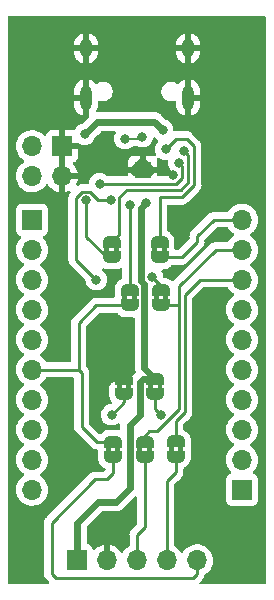
<source format=gbr>
%TF.GenerationSoftware,KiCad,Pcbnew,(6.0.4)*%
%TF.CreationDate,2022-06-11T09:06:55+08:00*%
%TF.ProjectId,G030F6P6_test,47303330-4636-4503-965f-746573742e6b,rev?*%
%TF.SameCoordinates,Original*%
%TF.FileFunction,Copper,L2,Bot*%
%TF.FilePolarity,Positive*%
%FSLAX46Y46*%
G04 Gerber Fmt 4.6, Leading zero omitted, Abs format (unit mm)*
G04 Created by KiCad (PCBNEW (6.0.4)) date 2022-06-11 09:06:55*
%MOMM*%
%LPD*%
G01*
G04 APERTURE LIST*
G04 Aperture macros list*
%AMFreePoly0*
4,1,22,0.500000,-0.750000,0.000000,-0.750000,0.000000,-0.745033,-0.079941,-0.743568,-0.215256,-0.701293,-0.333266,-0.622738,-0.424486,-0.514219,-0.481581,-0.384460,-0.499164,-0.250000,-0.500000,-0.250000,-0.500000,0.250000,-0.499164,0.250000,-0.499963,0.256109,-0.478152,0.396186,-0.417904,0.524511,-0.324060,0.630769,-0.204165,0.706417,-0.067858,0.745374,0.000000,0.744959,0.000000,0.750000,
0.500000,0.750000,0.500000,-0.750000,0.500000,-0.750000,$1*%
%AMFreePoly1*
4,1,20,0.000000,0.744959,0.073905,0.744508,0.209726,0.703889,0.328688,0.626782,0.421226,0.519385,0.479903,0.390333,0.500000,0.250000,0.500000,-0.250000,0.499851,-0.262216,0.476331,-0.402017,0.414519,-0.529596,0.319384,-0.634700,0.198574,-0.708877,0.061801,-0.746166,0.000000,-0.745033,0.000000,-0.750000,-0.500000,-0.750000,-0.500000,0.750000,0.000000,0.750000,0.000000,0.744959,
0.000000,0.744959,$1*%
G04 Aperture macros list end*
%TA.AperFunction,ComponentPad*%
%ADD10R,1.700000X1.700000*%
%TD*%
%TA.AperFunction,ComponentPad*%
%ADD11O,1.700000X1.700000*%
%TD*%
%TA.AperFunction,ComponentPad*%
%ADD12C,0.600000*%
%TD*%
%TA.AperFunction,SMDPad,CuDef*%
%ADD13R,1.450000X1.450000*%
%TD*%
%TA.AperFunction,ComponentPad*%
%ADD14O,1.000000X1.600000*%
%TD*%
%TA.AperFunction,ComponentPad*%
%ADD15O,1.000000X2.100000*%
%TD*%
%TA.AperFunction,SMDPad,CuDef*%
%ADD16FreePoly0,270.000000*%
%TD*%
%TA.AperFunction,SMDPad,CuDef*%
%ADD17FreePoly1,270.000000*%
%TD*%
%TA.AperFunction,SMDPad,CuDef*%
%ADD18FreePoly0,90.000000*%
%TD*%
%TA.AperFunction,SMDPad,CuDef*%
%ADD19FreePoly1,90.000000*%
%TD*%
%TA.AperFunction,ViaPad*%
%ADD20C,0.800000*%
%TD*%
%TA.AperFunction,Conductor*%
%ADD21C,0.600000*%
%TD*%
%TA.AperFunction,Conductor*%
%ADD22C,0.250000*%
%TD*%
%TA.AperFunction,Conductor*%
%ADD23C,0.200000*%
%TD*%
G04 APERTURE END LIST*
%TO.C,JP3*%
G36*
X129975000Y-80514000D02*
G01*
X129575000Y-80514000D01*
X129575000Y-80014000D01*
X129975000Y-80014000D01*
X129975000Y-80514000D01*
G37*
G36*
X130775000Y-80514000D02*
G01*
X130375000Y-80514000D01*
X130375000Y-80014000D01*
X130775000Y-80014000D01*
X130775000Y-80514000D01*
G37*
%TO.C,JP7*%
G36*
X133912000Y-93326000D02*
G01*
X133512000Y-93326000D01*
X133512000Y-92826000D01*
X133912000Y-92826000D01*
X133912000Y-93326000D01*
G37*
G36*
X134712000Y-93326000D02*
G01*
X134312000Y-93326000D01*
X134312000Y-92826000D01*
X134712000Y-92826000D01*
X134712000Y-93326000D01*
G37*
%TO.C,JP9*%
G36*
X129378000Y-93356000D02*
G01*
X128978000Y-93356000D01*
X128978000Y-92856000D01*
X129378000Y-92856000D01*
X129378000Y-93356000D01*
G37*
G36*
X128578000Y-93356000D02*
G01*
X128178000Y-93356000D01*
X128178000Y-92856000D01*
X128578000Y-92856000D01*
X128578000Y-93356000D01*
G37*
%TO.C,JP6*%
G36*
X129507000Y-88007000D02*
G01*
X129107000Y-88007000D01*
X129107000Y-87507000D01*
X129507000Y-87507000D01*
X129507000Y-88007000D01*
G37*
G36*
X130307000Y-88007000D02*
G01*
X129907000Y-88007000D01*
X129907000Y-87507000D01*
X130307000Y-87507000D01*
X130307000Y-88007000D01*
G37*
%TO.C,JP4*%
G36*
X133442000Y-80514000D02*
G01*
X133042000Y-80514000D01*
X133042000Y-80014000D01*
X133442000Y-80014000D01*
X133442000Y-80514000D01*
G37*
G36*
X132642000Y-80514000D02*
G01*
X132242000Y-80514000D01*
X132242000Y-80014000D01*
X132642000Y-80014000D01*
X132642000Y-80514000D01*
G37*
%TO.C,JP2*%
G36*
X128451000Y-76450000D02*
G01*
X128051000Y-76450000D01*
X128051000Y-75950000D01*
X128451000Y-75950000D01*
X128451000Y-76450000D01*
G37*
G36*
X129251000Y-76450000D02*
G01*
X128851000Y-76450000D01*
X128851000Y-75950000D01*
X129251000Y-75950000D01*
X129251000Y-76450000D01*
G37*
%TO.C,JP8*%
G36*
X131245000Y-93341000D02*
G01*
X130845000Y-93341000D01*
X130845000Y-92841000D01*
X131245000Y-92841000D01*
X131245000Y-93341000D01*
G37*
G36*
X132045000Y-93341000D02*
G01*
X131645000Y-93341000D01*
X131645000Y-92841000D01*
X132045000Y-92841000D01*
X132045000Y-93341000D01*
G37*
%TO.C,JP1*%
G36*
X132515000Y-76450000D02*
G01*
X132115000Y-76450000D01*
X132115000Y-75950000D01*
X132515000Y-75950000D01*
X132515000Y-76450000D01*
G37*
G36*
X133315000Y-76450000D02*
G01*
X132915000Y-76450000D01*
X132915000Y-75950000D01*
X133315000Y-75950000D01*
X133315000Y-76450000D01*
G37*
%TO.C,JP5*%
G36*
X132159000Y-88007000D02*
G01*
X131759000Y-88007000D01*
X131759000Y-87507000D01*
X132159000Y-87507000D01*
X132159000Y-88007000D01*
G37*
G36*
X132959000Y-88007000D02*
G01*
X132559000Y-88007000D01*
X132559000Y-87507000D01*
X132959000Y-87507000D01*
X132959000Y-88007000D01*
G37*
%TD*%
D10*
%TO.P,J4,1,Pin_1*%
%TO.N,GND*%
X124460000Y-67437000D03*
D11*
%TO.P,J4,2,Pin_2*%
%TO.N,VBUS*%
X121920000Y-67437000D03*
%TO.P,J4,3,Pin_3*%
%TO.N,GND*%
X124460000Y-69977000D03*
%TO.P,J4,4,Pin_4*%
%TO.N,VBUS*%
X121920000Y-69977000D03*
%TD*%
D10*
%TO.P,J2,1,Pin_1*%
%TO.N,/PIN11*%
X139700000Y-96520000D03*
D11*
%TO.P,J2,2,Pin_2*%
%TO.N,/PIN12*%
X139700000Y-93980000D03*
%TO.P,J2,3,Pin_3*%
%TO.N,/PIN13*%
X139700000Y-91440000D03*
%TO.P,J2,4,Pin_4*%
%TO.N,/PIN14*%
X139700000Y-88900000D03*
%TO.P,J2,5,Pin_5*%
%TO.N,/PIN15*%
X139700000Y-86360000D03*
%TO.P,J2,6,Pin_6*%
%TO.N,/PIN16*%
X139700000Y-83820000D03*
%TO.P,J2,7,Pin_7*%
%TO.N,/PIN17*%
X139700000Y-81280000D03*
%TO.P,J2,8,Pin_8*%
%TO.N,/PIN18*%
X139700000Y-78740000D03*
%TO.P,J2,9,Pin_9*%
%TO.N,/PIN19*%
X139700000Y-76200000D03*
%TO.P,J2,10,Pin_10*%
%TO.N,/PIN20*%
X139700000Y-73660000D03*
%TD*%
D12*
%TO.P,U1,17,GND*%
%TO.N,GND*%
X130852500Y-69890000D03*
X131702500Y-69890000D03*
D13*
X131277500Y-69465000D03*
D12*
X131702500Y-69040000D03*
X130852500Y-69040000D03*
%TD*%
D14*
%TO.P,J3,S1,SHIELD*%
%TO.N,GND*%
X135130000Y-59148000D03*
X126490000Y-59148000D03*
D15*
X135130000Y-63328000D03*
X126490000Y-63328000D03*
%TD*%
D10*
%TO.P,J1,1,Pin_1*%
%TO.N,/PIN1*%
X121920000Y-73660000D03*
D11*
%TO.P,J1,2,Pin_2*%
%TO.N,/PIN2*%
X121920000Y-76200000D03*
%TO.P,J1,3,Pin_3*%
%TO.N,/PIN3*%
X121920000Y-78740000D03*
%TO.P,J1,4,Pin_4*%
%TO.N,/PIN4*%
X121920000Y-81280000D03*
%TO.P,J1,5,Pin_5*%
%TO.N,/PIN5*%
X121920000Y-83820000D03*
%TO.P,J1,6,Pin_6*%
%TO.N,/PIN6*%
X121920000Y-86360000D03*
%TO.P,J1,7,Pin_7*%
%TO.N,/PIN7*%
X121920000Y-88900000D03*
%TO.P,J1,8,Pin_8*%
%TO.N,/PIN8*%
X121920000Y-91440000D03*
%TO.P,J1,9,Pin_9*%
%TO.N,/PIN9*%
X121920000Y-93980000D03*
%TO.P,J1,10,Pin_10*%
%TO.N,/PIN10*%
X121920000Y-96520000D03*
%TD*%
D10*
%TO.P,J5,1,Pin_1*%
%TO.N,+3V3*%
X125730000Y-102500000D03*
D11*
%TO.P,J5,2,Pin_2*%
%TO.N,GND*%
X128270000Y-102500000D03*
%TO.P,J5,3,Pin_3*%
%TO.N,/SWCLK*%
X130810000Y-102500000D03*
%TO.P,J5,4,Pin_4*%
%TO.N,/SWDIO*%
X133350000Y-102500000D03*
%TO.P,J5,5,Pin_5*%
%TO.N,/NRST*%
X135890000Y-102500000D03*
%TD*%
D16*
%TO.P,JP3,1,A*%
%TO.N,/~{RTS}*%
X130175000Y-79614000D03*
D17*
%TO.P,JP3,2,B*%
%TO.N,/PIN6*%
X130175000Y-80914000D03*
%TD*%
D18*
%TO.P,JP7,1,A*%
%TO.N,/SWDIO*%
X134112000Y-93726000D03*
D19*
%TO.P,JP7,2,B*%
%TO.N,/PIN18*%
X134112000Y-92426000D03*
%TD*%
D18*
%TO.P,JP9,1,A*%
%TO.N,/NRST*%
X128778000Y-93756000D03*
D19*
%TO.P,JP9,2,B*%
%TO.N,/PIN6*%
X128778000Y-92456000D03*
%TD*%
D16*
%TO.P,JP6,1,A*%
%TO.N,GND*%
X129707000Y-87107000D03*
D17*
%TO.P,JP6,2,B*%
%TO.N,/PIN5*%
X129707000Y-88407000D03*
%TD*%
D16*
%TO.P,JP4,1,A*%
%TO.N,/BOOT0*%
X132842000Y-79614000D03*
D17*
%TO.P,JP4,2,B*%
%TO.N,/PIN19*%
X132842000Y-80914000D03*
%TD*%
D16*
%TO.P,JP2,1,A*%
%TO.N,/TXD*%
X128651000Y-75550000D03*
D17*
%TO.P,JP2,2,B*%
%TO.N,/PIN1*%
X128651000Y-76850000D03*
%TD*%
D18*
%TO.P,JP8,1,A*%
%TO.N,/SWCLK*%
X131445000Y-93741000D03*
D19*
%TO.P,JP8,2,B*%
%TO.N,/PIN19*%
X131445000Y-92441000D03*
%TD*%
D16*
%TO.P,JP1,1,A*%
%TO.N,/RXD*%
X132715000Y-75550000D03*
D17*
%TO.P,JP1,2,B*%
%TO.N,/PIN20*%
X132715000Y-76850000D03*
%TD*%
D16*
%TO.P,JP5,1,A*%
%TO.N,+3V3*%
X132359000Y-87107000D03*
D17*
%TO.P,JP5,2,B*%
%TO.N,/PIN4*%
X132359000Y-88407000D03*
%TD*%
D20*
%TO.N,/PIN1*%
X126492000Y-72009000D03*
%TO.N,/PIN4*%
X132842000Y-90170000D03*
%TO.N,/PIN5*%
X128651000Y-90170000D03*
%TO.N,+3V3*%
X131572000Y-72263000D03*
%TO.N,GND*%
X127635000Y-89408000D03*
X133858000Y-69850000D03*
X133604000Y-78232000D03*
%TO.N,/RXD*%
X133223000Y-67691000D03*
%TO.N,/TXD*%
X134747000Y-67800500D03*
%TO.N,Net-(F1-Pad1)*%
X132969000Y-66040000D03*
X126365000Y-66421000D03*
%TO.N,VBUS*%
X134366000Y-68834000D03*
X127635000Y-70612000D03*
%TO.N,/USBD+*%
X131259500Y-66616461D03*
X129794000Y-66802000D03*
%TO.N,/~{RTS}*%
X130175000Y-72390000D03*
%TO.N,/BOOT0*%
X128579400Y-72009000D03*
X127353540Y-78740000D03*
X132080000Y-78486000D03*
%TD*%
D21*
%TO.N,Net-(F1-Pad1)*%
X127427480Y-65358520D02*
X126365000Y-66421000D01*
X132969000Y-66040000D02*
X132287520Y-65358520D01*
X132287520Y-65358520D02*
X127427480Y-65358520D01*
D22*
%TO.N,/TXD*%
X129921000Y-71120000D02*
X134493000Y-71120000D01*
X129303901Y-71737099D02*
X129921000Y-71120000D01*
X129303901Y-74897099D02*
X129303901Y-71737099D01*
X128651000Y-75550000D02*
X129303901Y-74897099D01*
%TO.N,/BOOT0*%
X127516600Y-72009000D02*
X128579400Y-72009000D01*
%TO.N,/TXD*%
X135128000Y-70485000D02*
X135128000Y-68181500D01*
%TO.N,/BOOT0*%
X126191901Y-71284499D02*
X126792099Y-71284499D01*
X125640499Y-71835901D02*
X126191901Y-71284499D01*
X125640499Y-77026959D02*
X125640499Y-71835901D01*
X127353540Y-78740000D02*
X125640499Y-77026959D01*
X126792099Y-71284499D02*
X127516600Y-72009000D01*
%TO.N,/TXD*%
X134493000Y-71120000D02*
X135128000Y-70485000D01*
X135128000Y-68181500D02*
X134747000Y-67800500D01*
%TO.N,/PIN1*%
X128242060Y-76850000D02*
X126492000Y-75099940D01*
X128651000Y-76850000D02*
X128242060Y-76850000D01*
X126492000Y-75099940D02*
X126492000Y-72009000D01*
%TO.N,/PIN4*%
X132359000Y-89687000D02*
X132842000Y-90170000D01*
X132359000Y-88407000D02*
X132359000Y-89687000D01*
%TO.N,/PIN5*%
X129707000Y-89114000D02*
X128651000Y-90170000D01*
X129707000Y-88407000D02*
X129707000Y-89114000D01*
%TO.N,/PIN6*%
X130175000Y-80914000D02*
X127366000Y-80914000D01*
X126111000Y-86614000D02*
X125857000Y-86360000D01*
X125857000Y-86360000D02*
X121920000Y-86360000D01*
X126111000Y-91186000D02*
X126111000Y-86614000D01*
X127381000Y-92456000D02*
X126111000Y-91186000D01*
X127366000Y-80914000D02*
X125857000Y-82423000D01*
X128778000Y-92456000D02*
X127381000Y-92456000D01*
X125857000Y-82423000D02*
X125857000Y-86360000D01*
%TO.N,/PIN18*%
X134112000Y-92426000D02*
X134112000Y-90678000D01*
X136144000Y-78740000D02*
X139700000Y-78740000D01*
X134874000Y-80010000D02*
X136144000Y-78740000D01*
X134874000Y-89916000D02*
X134874000Y-80010000D01*
X134112000Y-90678000D02*
X134874000Y-89916000D01*
%TO.N,/PIN19*%
X137456940Y-76200000D02*
X134366000Y-79290940D01*
X132842000Y-80914000D02*
X134254000Y-80914000D01*
X134254000Y-80914000D02*
X134366000Y-81026000D01*
X132469614Y-91567000D02*
X131826000Y-91567000D01*
X134366000Y-79290940D02*
X134366000Y-81026000D01*
X131445000Y-92441000D02*
X131445000Y-91948000D01*
X134366000Y-89670614D02*
X132469614Y-91567000D01*
X134366000Y-81026000D02*
X134366000Y-89670614D01*
X131445000Y-91948000D02*
X131826000Y-91567000D01*
X139700000Y-76200000D02*
X137456940Y-76200000D01*
%TO.N,/PIN20*%
X135890000Y-75565000D02*
X135890000Y-75057000D01*
X135890000Y-75057000D02*
X137287000Y-73660000D01*
X134605000Y-76850000D02*
X135890000Y-75565000D01*
X137287000Y-73660000D02*
X139700000Y-73660000D01*
X132715000Y-76850000D02*
X134605000Y-76850000D01*
D21*
%TO.N,+3V3*%
X131434499Y-79112587D02*
X131180499Y-78858587D01*
X130195489Y-96372511D02*
X129032000Y-97536000D01*
X131064000Y-87376000D02*
X131064000Y-90170000D01*
X132359000Y-87107000D02*
X131333000Y-87107000D01*
X131434499Y-86182499D02*
X131434499Y-79112587D01*
X125730000Y-99314000D02*
X125730000Y-102500000D01*
X131064000Y-90170000D02*
X130195489Y-91038511D01*
X131333000Y-87107000D02*
X131064000Y-87376000D01*
X130195489Y-91038511D02*
X130195489Y-96372511D01*
X129032000Y-97536000D02*
X127508000Y-97536000D01*
X127508000Y-97536000D02*
X125730000Y-99314000D01*
X131180499Y-78858587D02*
X131180499Y-72654501D01*
X132359000Y-87107000D02*
X131434499Y-86182499D01*
X131180499Y-72654501D02*
X131572000Y-72263000D01*
D22*
%TO.N,/RXD*%
X132715000Y-75550000D02*
X132715000Y-71755000D01*
X134620000Y-71755000D02*
X135636000Y-70739000D01*
X135001000Y-66802000D02*
X134112000Y-66802000D01*
X135636000Y-67437000D02*
X135001000Y-66802000D01*
X134112000Y-66802000D02*
X133223000Y-67691000D01*
X135636000Y-70739000D02*
X135636000Y-67437000D01*
X132715000Y-71755000D02*
X134620000Y-71755000D01*
%TO.N,VBUS*%
X127635000Y-70612000D02*
X134120600Y-70612000D01*
X134620000Y-69088000D02*
X134366000Y-68834000D01*
X134620000Y-70112600D02*
X134620000Y-69088000D01*
X134120600Y-70612000D02*
X134620000Y-70112600D01*
D23*
%TO.N,/USBD+*%
X131259500Y-66616461D02*
X131073961Y-66802000D01*
X131073961Y-66802000D02*
X129794000Y-66802000D01*
D22*
%TO.N,/SWDIO*%
X134112000Y-94996000D02*
X133350000Y-95758000D01*
X134112000Y-93726000D02*
X134112000Y-94996000D01*
X133350000Y-95758000D02*
X133350000Y-102500000D01*
%TO.N,/SWCLK*%
X131445000Y-99695000D02*
X130810000Y-100330000D01*
X130810000Y-100330000D02*
X130810000Y-102500000D01*
X131445000Y-93741000D02*
X131445000Y-99695000D01*
%TO.N,/NRST*%
X128270000Y-95631000D02*
X127254000Y-95631000D01*
X123571000Y-99314000D02*
X123571000Y-103632000D01*
X135509000Y-104013000D02*
X135890000Y-103632000D01*
X123952000Y-104013000D02*
X135509000Y-104013000D01*
X127254000Y-95631000D02*
X123571000Y-99314000D01*
X128778000Y-93756000D02*
X128778000Y-95123000D01*
X128778000Y-95123000D02*
X128270000Y-95631000D01*
X123571000Y-103632000D02*
X123952000Y-104013000D01*
X135890000Y-103632000D02*
X135890000Y-102500000D01*
%TO.N,/~{RTS}*%
X130175000Y-79614000D02*
X130175000Y-72390000D01*
%TO.N,/BOOT0*%
X132080000Y-78486000D02*
X132842000Y-79248000D01*
X132842000Y-79248000D02*
X132842000Y-79614000D01*
%TD*%
%TA.AperFunction,Conductor*%
%TO.N,GND*%
G36*
X141673621Y-56408502D02*
G01*
X141720114Y-56462158D01*
X141731500Y-56514500D01*
X141731500Y-104394500D01*
X141711498Y-104462621D01*
X141657842Y-104509114D01*
X141605500Y-104520500D01*
X136201594Y-104520500D01*
X136133473Y-104500498D01*
X136086980Y-104446842D01*
X136076876Y-104376568D01*
X136106370Y-104311988D01*
X136112499Y-104305405D01*
X136282247Y-104135657D01*
X136290537Y-104128113D01*
X136297018Y-104124000D01*
X136343659Y-104074332D01*
X136346413Y-104071491D01*
X136366134Y-104051770D01*
X136368612Y-104048575D01*
X136376318Y-104039553D01*
X136401158Y-104013101D01*
X136406586Y-104007321D01*
X136416346Y-103989568D01*
X136427199Y-103973045D01*
X136434753Y-103963306D01*
X136439613Y-103957041D01*
X136457176Y-103916457D01*
X136462383Y-103905827D01*
X136483695Y-103867060D01*
X136485666Y-103859383D01*
X136485668Y-103859378D01*
X136488732Y-103847442D01*
X136495138Y-103828730D01*
X136500034Y-103817417D01*
X136503181Y-103810145D01*
X136506246Y-103790797D01*
X136509718Y-103768873D01*
X136540131Y-103704720D01*
X136578734Y-103675433D01*
X136583353Y-103673170D01*
X136583357Y-103673168D01*
X136587994Y-103670896D01*
X136769860Y-103541173D01*
X136928096Y-103383489D01*
X137058453Y-103202077D01*
X137157430Y-103001811D01*
X137222370Y-102788069D01*
X137251529Y-102566590D01*
X137253156Y-102500000D01*
X137234852Y-102277361D01*
X137180431Y-102060702D01*
X137091354Y-101855840D01*
X136970014Y-101668277D01*
X136819670Y-101503051D01*
X136815619Y-101499852D01*
X136815615Y-101499848D01*
X136648414Y-101367800D01*
X136648410Y-101367798D01*
X136644359Y-101364598D01*
X136639831Y-101362098D01*
X136523988Y-101298150D01*
X136448789Y-101256638D01*
X136443920Y-101254914D01*
X136443916Y-101254912D01*
X136243087Y-101183795D01*
X136243083Y-101183794D01*
X136238212Y-101182069D01*
X136233119Y-101181162D01*
X136233116Y-101181161D01*
X136023373Y-101143800D01*
X136023367Y-101143799D01*
X136018284Y-101142894D01*
X135944452Y-101141992D01*
X135800081Y-101140228D01*
X135800079Y-101140228D01*
X135794911Y-101140165D01*
X135574091Y-101173955D01*
X135361756Y-101243357D01*
X135288757Y-101281358D01*
X135187975Y-101333822D01*
X135163607Y-101346507D01*
X135159474Y-101349610D01*
X135159471Y-101349612D01*
X135034797Y-101443220D01*
X134984965Y-101480635D01*
X134830629Y-101642138D01*
X134723201Y-101799621D01*
X134668293Y-101844621D01*
X134597768Y-101852792D01*
X134534021Y-101821538D01*
X134513324Y-101797054D01*
X134432822Y-101672617D01*
X134432820Y-101672614D01*
X134430014Y-101668277D01*
X134279670Y-101503051D01*
X134275619Y-101499852D01*
X134275615Y-101499848D01*
X134108414Y-101367800D01*
X134108410Y-101367798D01*
X134104359Y-101364598D01*
X134099835Y-101362101D01*
X134099831Y-101362098D01*
X134048608Y-101333822D01*
X133998636Y-101283390D01*
X133983500Y-101223513D01*
X133983500Y-96072595D01*
X134003502Y-96004474D01*
X134020405Y-95983499D01*
X134258070Y-95745835D01*
X134504258Y-95499647D01*
X134512537Y-95492113D01*
X134519018Y-95488000D01*
X134565644Y-95438348D01*
X134568398Y-95435507D01*
X134588135Y-95415770D01*
X134590615Y-95412573D01*
X134598320Y-95403551D01*
X134601247Y-95400434D01*
X134628586Y-95371321D01*
X134632405Y-95364375D01*
X134632407Y-95364372D01*
X134638348Y-95353566D01*
X134649199Y-95337047D01*
X134656758Y-95327301D01*
X134661614Y-95321041D01*
X134664759Y-95313772D01*
X134664762Y-95313768D01*
X134679174Y-95280463D01*
X134684391Y-95269813D01*
X134705695Y-95231060D01*
X134710733Y-95211437D01*
X134717137Y-95192734D01*
X134722033Y-95181420D01*
X134722033Y-95181419D01*
X134725181Y-95174145D01*
X134726420Y-95166322D01*
X134726423Y-95166312D01*
X134732099Y-95130476D01*
X134734505Y-95118856D01*
X134743528Y-95083711D01*
X134743528Y-95083710D01*
X134745500Y-95076030D01*
X134745500Y-95055776D01*
X134747051Y-95036065D01*
X134748980Y-95023886D01*
X134750220Y-95016057D01*
X134746059Y-94972038D01*
X134745500Y-94960181D01*
X134745500Y-94747039D01*
X134765502Y-94678918D01*
X134820757Y-94631709D01*
X134835841Y-94625072D01*
X134892461Y-94589829D01*
X134955694Y-94550470D01*
X134955698Y-94550467D01*
X134959496Y-94548103D01*
X135058320Y-94465034D01*
X135065699Y-94458831D01*
X135065700Y-94458830D01*
X135069131Y-94455946D01*
X135166218Y-94347361D01*
X135177151Y-94330938D01*
X135243099Y-94231865D01*
X135243100Y-94231863D01*
X135245581Y-94228136D01*
X135308289Y-94096667D01*
X135350999Y-93959961D01*
X135374287Y-93816179D01*
X135376912Y-93672980D01*
X135376359Y-93668535D01*
X135376122Y-93664056D01*
X135376249Y-93664049D01*
X135375729Y-93655661D01*
X135375729Y-93226000D01*
X135370500Y-93152889D01*
X135359833Y-93116560D01*
X135356012Y-93063131D01*
X135361758Y-93023168D01*
X135375729Y-92926000D01*
X135375729Y-92438678D01*
X135375750Y-92436369D01*
X135376830Y-92377453D01*
X135376912Y-92372980D01*
X135370747Y-92323489D01*
X135359460Y-92232872D01*
X135359459Y-92232868D01*
X135358907Y-92228435D01*
X135321234Y-92090255D01*
X135319451Y-92086134D01*
X135265173Y-91960704D01*
X135265171Y-91960699D01*
X135263388Y-91956580D01*
X135188448Y-91834528D01*
X135134891Y-91770018D01*
X135098270Y-91725907D01*
X135098268Y-91725905D01*
X135095408Y-91722460D01*
X134989224Y-91626346D01*
X134984422Y-91623107D01*
X134872183Y-91547401D01*
X134872178Y-91547398D01*
X134868464Y-91544893D01*
X134816559Y-91519746D01*
X134763979Y-91472045D01*
X134745500Y-91406355D01*
X134745500Y-90992595D01*
X134765502Y-90924474D01*
X134782405Y-90903499D01*
X135009156Y-90676749D01*
X135266258Y-90419647D01*
X135274537Y-90412113D01*
X135281018Y-90408000D01*
X135327644Y-90358348D01*
X135330398Y-90355507D01*
X135350135Y-90335770D01*
X135352615Y-90332573D01*
X135360320Y-90323551D01*
X135367101Y-90316330D01*
X135390586Y-90291321D01*
X135394405Y-90284375D01*
X135394407Y-90284372D01*
X135400348Y-90273566D01*
X135411199Y-90257047D01*
X135418758Y-90247301D01*
X135423614Y-90241041D01*
X135426759Y-90233772D01*
X135426762Y-90233768D01*
X135441174Y-90200463D01*
X135446391Y-90189813D01*
X135467695Y-90151060D01*
X135472733Y-90131437D01*
X135479137Y-90112734D01*
X135484033Y-90101420D01*
X135484033Y-90101419D01*
X135487181Y-90094145D01*
X135488420Y-90086322D01*
X135488423Y-90086312D01*
X135494099Y-90050476D01*
X135496505Y-90038856D01*
X135505528Y-90003711D01*
X135505528Y-90003710D01*
X135507500Y-89996030D01*
X135507500Y-89975776D01*
X135509051Y-89956065D01*
X135510980Y-89943886D01*
X135512220Y-89936057D01*
X135508059Y-89892038D01*
X135507500Y-89880181D01*
X135507500Y-80324594D01*
X135527502Y-80256473D01*
X135544405Y-80235499D01*
X136369499Y-79410405D01*
X136431811Y-79376379D01*
X136458594Y-79373500D01*
X138424274Y-79373500D01*
X138492395Y-79393502D01*
X138531707Y-79433665D01*
X138599987Y-79545088D01*
X138746250Y-79713938D01*
X138918126Y-79856632D01*
X138988595Y-79897811D01*
X138991445Y-79899476D01*
X139040169Y-79951114D01*
X139053240Y-80020897D01*
X139026509Y-80086669D01*
X138986055Y-80120027D01*
X138973607Y-80126507D01*
X138969474Y-80129610D01*
X138969471Y-80129612D01*
X138828443Y-80235499D01*
X138794965Y-80260635D01*
X138640629Y-80422138D01*
X138514743Y-80606680D01*
X138420688Y-80809305D01*
X138360989Y-81024570D01*
X138337251Y-81246695D01*
X138337548Y-81251848D01*
X138337548Y-81251851D01*
X138343011Y-81346590D01*
X138350110Y-81469715D01*
X138351247Y-81474761D01*
X138351248Y-81474767D01*
X138372275Y-81568069D01*
X138399222Y-81687639D01*
X138483266Y-81894616D01*
X138525875Y-81964148D01*
X138567620Y-82032269D01*
X138599987Y-82085088D01*
X138746250Y-82253938D01*
X138918126Y-82396632D01*
X138928926Y-82402943D01*
X138991445Y-82439476D01*
X139040169Y-82491114D01*
X139053240Y-82560897D01*
X139026509Y-82626669D01*
X138986055Y-82660027D01*
X138973607Y-82666507D01*
X138969474Y-82669610D01*
X138969471Y-82669612D01*
X138799100Y-82797530D01*
X138794965Y-82800635D01*
X138640629Y-82962138D01*
X138514743Y-83146680D01*
X138420688Y-83349305D01*
X138360989Y-83564570D01*
X138337251Y-83786695D01*
X138337548Y-83791848D01*
X138337548Y-83791851D01*
X138343011Y-83886590D01*
X138350110Y-84009715D01*
X138351247Y-84014761D01*
X138351248Y-84014767D01*
X138371119Y-84102939D01*
X138399222Y-84227639D01*
X138483266Y-84434616D01*
X138599987Y-84625088D01*
X138746250Y-84793938D01*
X138918126Y-84936632D01*
X138988595Y-84977811D01*
X138991445Y-84979476D01*
X139040169Y-85031114D01*
X139053240Y-85100897D01*
X139026509Y-85166669D01*
X138986055Y-85200027D01*
X138973607Y-85206507D01*
X138969474Y-85209610D01*
X138969471Y-85209612D01*
X138945247Y-85227800D01*
X138794965Y-85340635D01*
X138640629Y-85502138D01*
X138514743Y-85686680D01*
X138499003Y-85720590D01*
X138422913Y-85884512D01*
X138420688Y-85889305D01*
X138360989Y-86104570D01*
X138337251Y-86326695D01*
X138337548Y-86331848D01*
X138337548Y-86331851D01*
X138346499Y-86487081D01*
X138350110Y-86549715D01*
X138351247Y-86554761D01*
X138351248Y-86554767D01*
X138365777Y-86619236D01*
X138399222Y-86767639D01*
X138483266Y-86974616D01*
X138485965Y-86979020D01*
X138583649Y-87138426D01*
X138599987Y-87165088D01*
X138746250Y-87333938D01*
X138918126Y-87476632D01*
X138981865Y-87513878D01*
X138991445Y-87519476D01*
X139040169Y-87571114D01*
X139053240Y-87640897D01*
X139026509Y-87706669D01*
X138986055Y-87740027D01*
X138973607Y-87746507D01*
X138969474Y-87749610D01*
X138969471Y-87749612D01*
X138799100Y-87877530D01*
X138794965Y-87880635D01*
X138640629Y-88042138D01*
X138514743Y-88226680D01*
X138499003Y-88260590D01*
X138435855Y-88396631D01*
X138420688Y-88429305D01*
X138360989Y-88644570D01*
X138337251Y-88866695D01*
X138337548Y-88871848D01*
X138337548Y-88871851D01*
X138344849Y-88998472D01*
X138350110Y-89089715D01*
X138351247Y-89094761D01*
X138351248Y-89094767D01*
X138364543Y-89153758D01*
X138399222Y-89307639D01*
X138446528Y-89424141D01*
X138477556Y-89500553D01*
X138483266Y-89514616D01*
X138495003Y-89533769D01*
X138582468Y-89676499D01*
X138599987Y-89705088D01*
X138746250Y-89873938D01*
X138918126Y-90016632D01*
X138956158Y-90038856D01*
X138991445Y-90059476D01*
X139040169Y-90111114D01*
X139053240Y-90180897D01*
X139026509Y-90246669D01*
X138986055Y-90280027D01*
X138973607Y-90286507D01*
X138969474Y-90289610D01*
X138969471Y-90289612D01*
X138799100Y-90417530D01*
X138794965Y-90420635D01*
X138773544Y-90443051D01*
X138649015Y-90573363D01*
X138640629Y-90582138D01*
X138514743Y-90766680D01*
X138478873Y-90843955D01*
X138426290Y-90957237D01*
X138420688Y-90969305D01*
X138360989Y-91184570D01*
X138337251Y-91406695D01*
X138337548Y-91411848D01*
X138337548Y-91411851D01*
X138348784Y-91606717D01*
X138350110Y-91629715D01*
X138351247Y-91634761D01*
X138351248Y-91634767D01*
X138370334Y-91719455D01*
X138399222Y-91847639D01*
X138483266Y-92054616D01*
X138599987Y-92245088D01*
X138746250Y-92413938D01*
X138918126Y-92556632D01*
X138988595Y-92597811D01*
X138991445Y-92599476D01*
X139040169Y-92651114D01*
X139053240Y-92720897D01*
X139026509Y-92786669D01*
X138986055Y-92820027D01*
X138973607Y-92826507D01*
X138969474Y-92829610D01*
X138969471Y-92829612D01*
X138829699Y-92934556D01*
X138794965Y-92960635D01*
X138756627Y-93000753D01*
X138645958Y-93116562D01*
X138640629Y-93122138D01*
X138514743Y-93306680D01*
X138420688Y-93509305D01*
X138360989Y-93724570D01*
X138337251Y-93946695D01*
X138337548Y-93951848D01*
X138337548Y-93951851D01*
X138343011Y-94046590D01*
X138350110Y-94169715D01*
X138351247Y-94174761D01*
X138351248Y-94174767D01*
X138357455Y-94202309D01*
X138399222Y-94387639D01*
X138437461Y-94481811D01*
X138463209Y-94545220D01*
X138483266Y-94594616D01*
X138503036Y-94626878D01*
X138594374Y-94775928D01*
X138599987Y-94785088D01*
X138746250Y-94953938D01*
X138750230Y-94957242D01*
X138754981Y-94961187D01*
X138794616Y-95020090D01*
X138796113Y-95091071D01*
X138758997Y-95151593D01*
X138718725Y-95176112D01*
X138674386Y-95192734D01*
X138603295Y-95219385D01*
X138486739Y-95306739D01*
X138399385Y-95423295D01*
X138348255Y-95559684D01*
X138341500Y-95621866D01*
X138341500Y-97418134D01*
X138348255Y-97480316D01*
X138399385Y-97616705D01*
X138486739Y-97733261D01*
X138603295Y-97820615D01*
X138739684Y-97871745D01*
X138801866Y-97878500D01*
X140598134Y-97878500D01*
X140660316Y-97871745D01*
X140796705Y-97820615D01*
X140913261Y-97733261D01*
X141000615Y-97616705D01*
X141051745Y-97480316D01*
X141058500Y-97418134D01*
X141058500Y-95621866D01*
X141051745Y-95559684D01*
X141000615Y-95423295D01*
X140913261Y-95306739D01*
X140796705Y-95219385D01*
X140784132Y-95214672D01*
X140678203Y-95174960D01*
X140621439Y-95132318D01*
X140596739Y-95065756D01*
X140611947Y-94996408D01*
X140633493Y-94967727D01*
X140640650Y-94960595D01*
X140738096Y-94863489D01*
X140782558Y-94801614D01*
X140865435Y-94686277D01*
X140868453Y-94682077D01*
X140876981Y-94664823D01*
X140965136Y-94486453D01*
X140965137Y-94486451D01*
X140967430Y-94481811D01*
X141032370Y-94268069D01*
X141061529Y-94046590D01*
X141062111Y-94022774D01*
X141063074Y-93983365D01*
X141063074Y-93983361D01*
X141063156Y-93980000D01*
X141044852Y-93757361D01*
X140990431Y-93540702D01*
X140901354Y-93335840D01*
X140836593Y-93235735D01*
X140782822Y-93152617D01*
X140782820Y-93152614D01*
X140780014Y-93148277D01*
X140629670Y-92983051D01*
X140625619Y-92979852D01*
X140625615Y-92979848D01*
X140458414Y-92847800D01*
X140458410Y-92847798D01*
X140454359Y-92844598D01*
X140413053Y-92821796D01*
X140363084Y-92771364D01*
X140348312Y-92701921D01*
X140373428Y-92635516D01*
X140400780Y-92608909D01*
X140444603Y-92577650D01*
X140579860Y-92481173D01*
X140738096Y-92323489D01*
X140797594Y-92240689D01*
X140865435Y-92146277D01*
X140868453Y-92142077D01*
X140903314Y-92071542D01*
X140965136Y-91946453D01*
X140965137Y-91946451D01*
X140967430Y-91941811D01*
X141032370Y-91728069D01*
X141061529Y-91506590D01*
X141062468Y-91468162D01*
X141063074Y-91443365D01*
X141063074Y-91443361D01*
X141063156Y-91440000D01*
X141044852Y-91217361D01*
X140990431Y-91000702D01*
X140901354Y-90795840D01*
X140858853Y-90730143D01*
X140782822Y-90612617D01*
X140782820Y-90612614D01*
X140780014Y-90608277D01*
X140629670Y-90443051D01*
X140625619Y-90439852D01*
X140625615Y-90439848D01*
X140458414Y-90307800D01*
X140458410Y-90307798D01*
X140454359Y-90304598D01*
X140413053Y-90281796D01*
X140363084Y-90231364D01*
X140348312Y-90161921D01*
X140373428Y-90095516D01*
X140400780Y-90068909D01*
X140444603Y-90037650D01*
X140579860Y-89941173D01*
X140738096Y-89783489D01*
X140797594Y-89700689D01*
X140865435Y-89606277D01*
X140868453Y-89602077D01*
X140872228Y-89594440D01*
X140965136Y-89406453D01*
X140965137Y-89406451D01*
X140967430Y-89401811D01*
X141032370Y-89188069D01*
X141061529Y-88966590D01*
X141061617Y-88962996D01*
X141063074Y-88903365D01*
X141063074Y-88903361D01*
X141063156Y-88900000D01*
X141044852Y-88677361D01*
X140990431Y-88460702D01*
X140901354Y-88255840D01*
X140780014Y-88068277D01*
X140629670Y-87903051D01*
X140625619Y-87899852D01*
X140625615Y-87899848D01*
X140458414Y-87767800D01*
X140458410Y-87767798D01*
X140454359Y-87764598D01*
X140413053Y-87741796D01*
X140363084Y-87691364D01*
X140348312Y-87621921D01*
X140373428Y-87555516D01*
X140400780Y-87528909D01*
X140444603Y-87497650D01*
X140579860Y-87401173D01*
X140588010Y-87393052D01*
X140699701Y-87281750D01*
X140738096Y-87243489D01*
X140797594Y-87160689D01*
X140865435Y-87066277D01*
X140868453Y-87062077D01*
X140872145Y-87054608D01*
X140965136Y-86866453D01*
X140965137Y-86866451D01*
X140967430Y-86861811D01*
X141032370Y-86648069D01*
X141061529Y-86426590D01*
X141062137Y-86401702D01*
X141063074Y-86363365D01*
X141063074Y-86363361D01*
X141063156Y-86360000D01*
X141044852Y-86137361D01*
X140990431Y-85920702D01*
X140901354Y-85715840D01*
X140780014Y-85528277D01*
X140629670Y-85363051D01*
X140625619Y-85359852D01*
X140625615Y-85359848D01*
X140458414Y-85227800D01*
X140458410Y-85227798D01*
X140454359Y-85224598D01*
X140413053Y-85201796D01*
X140363084Y-85151364D01*
X140348312Y-85081921D01*
X140373428Y-85015516D01*
X140400780Y-84988909D01*
X140444603Y-84957650D01*
X140579860Y-84861173D01*
X140738096Y-84703489D01*
X140797594Y-84620689D01*
X140865435Y-84526277D01*
X140868453Y-84522077D01*
X140967430Y-84321811D01*
X141032370Y-84108069D01*
X141061529Y-83886590D01*
X141063156Y-83820000D01*
X141044852Y-83597361D01*
X140990431Y-83380702D01*
X140901354Y-83175840D01*
X140780014Y-82988277D01*
X140629670Y-82823051D01*
X140625619Y-82819852D01*
X140625615Y-82819848D01*
X140458414Y-82687800D01*
X140458410Y-82687798D01*
X140454359Y-82684598D01*
X140413053Y-82661796D01*
X140363084Y-82611364D01*
X140348312Y-82541921D01*
X140373428Y-82475516D01*
X140400780Y-82448909D01*
X140465222Y-82402943D01*
X140579860Y-82321173D01*
X140738096Y-82163489D01*
X140797594Y-82080689D01*
X140865435Y-81986277D01*
X140868453Y-81982077D01*
X140887465Y-81943610D01*
X140965136Y-81786453D01*
X140965137Y-81786451D01*
X140967430Y-81781811D01*
X141018387Y-81614093D01*
X141030865Y-81573023D01*
X141030865Y-81573021D01*
X141032370Y-81568069D01*
X141061529Y-81346590D01*
X141063156Y-81280000D01*
X141044852Y-81057361D01*
X140990431Y-80840702D01*
X140901354Y-80635840D01*
X140802214Y-80482593D01*
X140782822Y-80452617D01*
X140782820Y-80452614D01*
X140780014Y-80448277D01*
X140629670Y-80283051D01*
X140625619Y-80279852D01*
X140625615Y-80279848D01*
X140458414Y-80147800D01*
X140458410Y-80147798D01*
X140454359Y-80144598D01*
X140413053Y-80121796D01*
X140363084Y-80071364D01*
X140348312Y-80001921D01*
X140373428Y-79935516D01*
X140400780Y-79908909D01*
X140444603Y-79877650D01*
X140579860Y-79781173D01*
X140738096Y-79623489D01*
X140747670Y-79610166D01*
X140865435Y-79446277D01*
X140868453Y-79442077D01*
X140872611Y-79433665D01*
X140965136Y-79246453D01*
X140965137Y-79246451D01*
X140967430Y-79241811D01*
X141032370Y-79028069D01*
X141061529Y-78806590D01*
X141061716Y-78798940D01*
X141063074Y-78743365D01*
X141063074Y-78743361D01*
X141063156Y-78740000D01*
X141044852Y-78517361D01*
X140990431Y-78300702D01*
X140901354Y-78095840D01*
X140830989Y-77987072D01*
X140782822Y-77912617D01*
X140782820Y-77912614D01*
X140780014Y-77908277D01*
X140629670Y-77743051D01*
X140625619Y-77739852D01*
X140625615Y-77739848D01*
X140458414Y-77607800D01*
X140458410Y-77607798D01*
X140454359Y-77604598D01*
X140413053Y-77581796D01*
X140363084Y-77531364D01*
X140348312Y-77461921D01*
X140373428Y-77395516D01*
X140400780Y-77368909D01*
X140450832Y-77333207D01*
X140579860Y-77241173D01*
X140738096Y-77083489D01*
X140750078Y-77066815D01*
X140865435Y-76906277D01*
X140868453Y-76902077D01*
X140872611Y-76893665D01*
X140965136Y-76706453D01*
X140965137Y-76706451D01*
X140967430Y-76701811D01*
X141032370Y-76488069D01*
X141061529Y-76266590D01*
X141062823Y-76213621D01*
X141063074Y-76203365D01*
X141063074Y-76203361D01*
X141063156Y-76200000D01*
X141044852Y-75977361D01*
X140990431Y-75760702D01*
X140901354Y-75555840D01*
X140780014Y-75368277D01*
X140629670Y-75203051D01*
X140625619Y-75199852D01*
X140625615Y-75199848D01*
X140458414Y-75067800D01*
X140458410Y-75067798D01*
X140454359Y-75064598D01*
X140413053Y-75041796D01*
X140363084Y-74991364D01*
X140348312Y-74921921D01*
X140373428Y-74855516D01*
X140400780Y-74828909D01*
X140444603Y-74797650D01*
X140579860Y-74701173D01*
X140605222Y-74675900D01*
X140684327Y-74597070D01*
X140738096Y-74543489D01*
X140742962Y-74536718D01*
X140865435Y-74366277D01*
X140868453Y-74362077D01*
X140872611Y-74353665D01*
X140965136Y-74166453D01*
X140965137Y-74166451D01*
X140967430Y-74161811D01*
X141032370Y-73948069D01*
X141061529Y-73726590D01*
X141063156Y-73660000D01*
X141044852Y-73437361D01*
X140990431Y-73220702D01*
X140901354Y-73015840D01*
X140780014Y-72828277D01*
X140629670Y-72663051D01*
X140625619Y-72659852D01*
X140625615Y-72659848D01*
X140458414Y-72527800D01*
X140458410Y-72527798D01*
X140454359Y-72524598D01*
X140436067Y-72514500D01*
X140402136Y-72495769D01*
X140258789Y-72416638D01*
X140253920Y-72414914D01*
X140253916Y-72414912D01*
X140053087Y-72343795D01*
X140053083Y-72343794D01*
X140048212Y-72342069D01*
X140043119Y-72341162D01*
X140043116Y-72341161D01*
X139833373Y-72303800D01*
X139833367Y-72303799D01*
X139828284Y-72302894D01*
X139754452Y-72301992D01*
X139610081Y-72300228D01*
X139610079Y-72300228D01*
X139604911Y-72300165D01*
X139384091Y-72333955D01*
X139171756Y-72403357D01*
X138973607Y-72506507D01*
X138969474Y-72509610D01*
X138969471Y-72509612D01*
X138807125Y-72631505D01*
X138794965Y-72640635D01*
X138640629Y-72802138D01*
X138637715Y-72806410D01*
X138637714Y-72806411D01*
X138525095Y-72971504D01*
X138470184Y-73016507D01*
X138421007Y-73026500D01*
X137365763Y-73026500D01*
X137354579Y-73025973D01*
X137347091Y-73024299D01*
X137339168Y-73024548D01*
X137279033Y-73026438D01*
X137275075Y-73026500D01*
X137247144Y-73026500D01*
X137243229Y-73026995D01*
X137243225Y-73026995D01*
X137243167Y-73027003D01*
X137243138Y-73027006D01*
X137231296Y-73027939D01*
X137187110Y-73029327D01*
X137169744Y-73034372D01*
X137167658Y-73034978D01*
X137148306Y-73038986D01*
X137141235Y-73039880D01*
X137128203Y-73041526D01*
X137120834Y-73044443D01*
X137120832Y-73044444D01*
X137087097Y-73057800D01*
X137075869Y-73061645D01*
X137033407Y-73073982D01*
X137026585Y-73078016D01*
X137026579Y-73078019D01*
X137015968Y-73084294D01*
X136998218Y-73092990D01*
X136986756Y-73097528D01*
X136986751Y-73097531D01*
X136979383Y-73100448D01*
X136972968Y-73105109D01*
X136943625Y-73126427D01*
X136933707Y-73132943D01*
X136915019Y-73143995D01*
X136895637Y-73155458D01*
X136881313Y-73169782D01*
X136866281Y-73182621D01*
X136849893Y-73194528D01*
X136832168Y-73215954D01*
X136821712Y-73228593D01*
X136813722Y-73237373D01*
X135497747Y-74553348D01*
X135489461Y-74560888D01*
X135482982Y-74565000D01*
X135477557Y-74570777D01*
X135436357Y-74614651D01*
X135433602Y-74617493D01*
X135413865Y-74637230D01*
X135411385Y-74640427D01*
X135403682Y-74649447D01*
X135373414Y-74681679D01*
X135369595Y-74688625D01*
X135369593Y-74688628D01*
X135363652Y-74699434D01*
X135352801Y-74715953D01*
X135340386Y-74731959D01*
X135337241Y-74739228D01*
X135337238Y-74739232D01*
X135322826Y-74772537D01*
X135317609Y-74783187D01*
X135296305Y-74821940D01*
X135294334Y-74829615D01*
X135294334Y-74829616D01*
X135291267Y-74841562D01*
X135284863Y-74860266D01*
X135276819Y-74878855D01*
X135275580Y-74886678D01*
X135275577Y-74886688D01*
X135269901Y-74922524D01*
X135267495Y-74934144D01*
X135258472Y-74969289D01*
X135256500Y-74976970D01*
X135256500Y-74997224D01*
X135254949Y-75016934D01*
X135251780Y-75036943D01*
X135252526Y-75044835D01*
X135255941Y-75080961D01*
X135256500Y-75092819D01*
X135256500Y-75250405D01*
X135236498Y-75318526D01*
X135219595Y-75339500D01*
X134379500Y-76179595D01*
X134317188Y-76213621D01*
X134290405Y-76216500D01*
X134100201Y-76216500D01*
X134032080Y-76196498D01*
X133985587Y-76142842D01*
X133975484Y-76072567D01*
X133978088Y-76054460D01*
X133978088Y-76054456D01*
X133978729Y-76050000D01*
X133978729Y-75559992D01*
X133978731Y-75559222D01*
X133979160Y-75489069D01*
X133979160Y-75489063D01*
X133979187Y-75484583D01*
X133967669Y-75400493D01*
X133960030Y-75344724D01*
X133960029Y-75344720D01*
X133959420Y-75340273D01*
X133920063Y-75202564D01*
X133860586Y-75069602D01*
X133858200Y-75065820D01*
X133858196Y-75065813D01*
X133786551Y-74952264D01*
X133784160Y-74948474D01*
X133689754Y-74837548D01*
X133582403Y-74742740D01*
X133577063Y-74739232D01*
X133464410Y-74665233D01*
X133464407Y-74665231D01*
X133460666Y-74662774D01*
X133420950Y-74644127D01*
X133367789Y-74597070D01*
X133348500Y-74530072D01*
X133348500Y-72514500D01*
X133368502Y-72446379D01*
X133422158Y-72399886D01*
X133474500Y-72388500D01*
X134541233Y-72388500D01*
X134552416Y-72389027D01*
X134559909Y-72390702D01*
X134567835Y-72390453D01*
X134567836Y-72390453D01*
X134627986Y-72388562D01*
X134631945Y-72388500D01*
X134659856Y-72388500D01*
X134663791Y-72388003D01*
X134663856Y-72387995D01*
X134675693Y-72387062D01*
X134707951Y-72386048D01*
X134711970Y-72385922D01*
X134719889Y-72385673D01*
X134739343Y-72380021D01*
X134758700Y-72376013D01*
X134770930Y-72374468D01*
X134770931Y-72374468D01*
X134778797Y-72373474D01*
X134786168Y-72370555D01*
X134786170Y-72370555D01*
X134819912Y-72357196D01*
X134831142Y-72353351D01*
X134865983Y-72343229D01*
X134865984Y-72343229D01*
X134873593Y-72341018D01*
X134880412Y-72336985D01*
X134880417Y-72336983D01*
X134891028Y-72330707D01*
X134908776Y-72322012D01*
X134927617Y-72314552D01*
X134963387Y-72288564D01*
X134973307Y-72282048D01*
X135004535Y-72263580D01*
X135004538Y-72263578D01*
X135011362Y-72259542D01*
X135025683Y-72245221D01*
X135040717Y-72232380D01*
X135050694Y-72225131D01*
X135057107Y-72220472D01*
X135062157Y-72214368D01*
X135062162Y-72214363D01*
X135085293Y-72186402D01*
X135093283Y-72177621D01*
X136028258Y-71242647D01*
X136036537Y-71235113D01*
X136043018Y-71231000D01*
X136089644Y-71181348D01*
X136092398Y-71178507D01*
X136112135Y-71158770D01*
X136114615Y-71155573D01*
X136122320Y-71146551D01*
X136147159Y-71120100D01*
X136152586Y-71114321D01*
X136156405Y-71107375D01*
X136156407Y-71107372D01*
X136162348Y-71096566D01*
X136173199Y-71080047D01*
X136180758Y-71070301D01*
X136185614Y-71064041D01*
X136188759Y-71056772D01*
X136188762Y-71056768D01*
X136203174Y-71023463D01*
X136208391Y-71012813D01*
X136229695Y-70974060D01*
X136234733Y-70954437D01*
X136241137Y-70935734D01*
X136246033Y-70924420D01*
X136246033Y-70924419D01*
X136249181Y-70917145D01*
X136250420Y-70909322D01*
X136250423Y-70909312D01*
X136256099Y-70873476D01*
X136258505Y-70861856D01*
X136267528Y-70826711D01*
X136267528Y-70826710D01*
X136269500Y-70819030D01*
X136269500Y-70798776D01*
X136271051Y-70779065D01*
X136272980Y-70766886D01*
X136274220Y-70759057D01*
X136270059Y-70715038D01*
X136269500Y-70703181D01*
X136269500Y-67515768D01*
X136270027Y-67504585D01*
X136271702Y-67497092D01*
X136269562Y-67429001D01*
X136269500Y-67425044D01*
X136269500Y-67397144D01*
X136268996Y-67393153D01*
X136268063Y-67381311D01*
X136266923Y-67345036D01*
X136266674Y-67337111D01*
X136263367Y-67325729D01*
X136261021Y-67317652D01*
X136257012Y-67298293D01*
X136256637Y-67295327D01*
X136254474Y-67278203D01*
X136251558Y-67270837D01*
X136251556Y-67270831D01*
X136238200Y-67237098D01*
X136234355Y-67225868D01*
X136224230Y-67191017D01*
X136224230Y-67191016D01*
X136222019Y-67183407D01*
X136211705Y-67165966D01*
X136203008Y-67148213D01*
X136198472Y-67136758D01*
X136195552Y-67129383D01*
X136169563Y-67093612D01*
X136163047Y-67083692D01*
X136144578Y-67052463D01*
X136140542Y-67045638D01*
X136126221Y-67031317D01*
X136113380Y-67016283D01*
X136106132Y-67006307D01*
X136101472Y-66999893D01*
X136067407Y-66971712D01*
X136058626Y-66963722D01*
X135504647Y-66409742D01*
X135497113Y-66401463D01*
X135493000Y-66394982D01*
X135443348Y-66348356D01*
X135440507Y-66345602D01*
X135420770Y-66325865D01*
X135417573Y-66323385D01*
X135408551Y-66315680D01*
X135382100Y-66290841D01*
X135376321Y-66285414D01*
X135369375Y-66281595D01*
X135369372Y-66281593D01*
X135358566Y-66275652D01*
X135342047Y-66264801D01*
X135341583Y-66264441D01*
X135326041Y-66252386D01*
X135318772Y-66249241D01*
X135318768Y-66249238D01*
X135285463Y-66234826D01*
X135274813Y-66229609D01*
X135236060Y-66208305D01*
X135216437Y-66203267D01*
X135197734Y-66196863D01*
X135186420Y-66191967D01*
X135186419Y-66191967D01*
X135179145Y-66188819D01*
X135171322Y-66187580D01*
X135171312Y-66187577D01*
X135135476Y-66181901D01*
X135123856Y-66179495D01*
X135088711Y-66170472D01*
X135088710Y-66170472D01*
X135081030Y-66168500D01*
X135060776Y-66168500D01*
X135041065Y-66166949D01*
X135028886Y-66165020D01*
X135021057Y-66163780D01*
X134991786Y-66166547D01*
X134977039Y-66167941D01*
X134965181Y-66168500D01*
X134190767Y-66168500D01*
X134179584Y-66167973D01*
X134172091Y-66166298D01*
X134164165Y-66166547D01*
X134164164Y-66166547D01*
X134104001Y-66168438D01*
X134100043Y-66168500D01*
X134072144Y-66168500D01*
X134068154Y-66169004D01*
X134056320Y-66169936D01*
X134015295Y-66171226D01*
X134012110Y-66171326D01*
X134012001Y-66167858D01*
X133957269Y-66160859D01*
X133902893Y-66115211D01*
X133881902Y-66045732D01*
X133882504Y-66040000D01*
X133862542Y-65850072D01*
X133803527Y-65668444D01*
X133708040Y-65503056D01*
X133580253Y-65361134D01*
X133425752Y-65248882D01*
X133419724Y-65246198D01*
X133419722Y-65246197D01*
X133258758Y-65174532D01*
X133220912Y-65148520D01*
X132865756Y-64793364D01*
X132864828Y-64792427D01*
X132806677Y-64733045D01*
X132806676Y-64733044D01*
X132801749Y-64728013D01*
X132765299Y-64704522D01*
X132754974Y-64697103D01*
X132721077Y-64670044D01*
X132690882Y-64655447D01*
X132677465Y-64647918D01*
X132675462Y-64646627D01*
X132649282Y-64629755D01*
X132642665Y-64627347D01*
X132642660Y-64627344D01*
X132608547Y-64614928D01*
X132596804Y-64609967D01*
X132564117Y-64594166D01*
X132564112Y-64594164D01*
X132557771Y-64591099D01*
X132550913Y-64589516D01*
X132550911Y-64589515D01*
X132525094Y-64583555D01*
X132510351Y-64579188D01*
X132478835Y-64567717D01*
X132471845Y-64566834D01*
X132471837Y-64566832D01*
X132435819Y-64562282D01*
X132423267Y-64560046D01*
X132387906Y-64551882D01*
X132387903Y-64551882D01*
X132381035Y-64550296D01*
X132373989Y-64550271D01*
X132373986Y-64550271D01*
X132340464Y-64550154D01*
X132339582Y-64550125D01*
X132338751Y-64550020D01*
X132302101Y-64550020D01*
X132301661Y-64550019D01*
X132203177Y-64549675D01*
X132203172Y-64549675D01*
X132199650Y-64549663D01*
X132198450Y-64549931D01*
X132196813Y-64550020D01*
X127483939Y-64550020D01*
X127415818Y-64530018D01*
X127369325Y-64476362D01*
X127359221Y-64406088D01*
X127373524Y-64363319D01*
X127418006Y-64282407D01*
X127422834Y-64271142D01*
X127478880Y-64094462D01*
X127481430Y-64082468D01*
X127497607Y-63938239D01*
X127498000Y-63931215D01*
X127498000Y-63715026D01*
X127518002Y-63646905D01*
X127571658Y-63600412D01*
X127641932Y-63590308D01*
X127651486Y-63592061D01*
X127821494Y-63630062D01*
X127821501Y-63630063D01*
X127826543Y-63631190D01*
X127832088Y-63631500D01*
X127965244Y-63631500D01*
X128100037Y-63616857D01*
X128218190Y-63577094D01*
X128265204Y-63561272D01*
X128265206Y-63561271D01*
X128271675Y-63559094D01*
X128426905Y-63465823D01*
X128431862Y-63461135D01*
X128431865Y-63461133D01*
X128553527Y-63346082D01*
X128553529Y-63346080D01*
X128558485Y-63341393D01*
X128562317Y-63335755D01*
X128562320Y-63335751D01*
X128656442Y-63197255D01*
X128660277Y-63191612D01*
X128727530Y-63023466D01*
X128728644Y-63016738D01*
X128728645Y-63016734D01*
X128755993Y-62851539D01*
X128755993Y-62851536D01*
X128757108Y-62844802D01*
X128752203Y-62751198D01*
X132862892Y-62751198D01*
X132863249Y-62758015D01*
X132863249Y-62758019D01*
X132868151Y-62851539D01*
X132872370Y-62932047D01*
X132874181Y-62938620D01*
X132874181Y-62938623D01*
X132907738Y-63060452D01*
X132920461Y-63106641D01*
X133004922Y-63266836D01*
X133009327Y-63272049D01*
X133009330Y-63272053D01*
X133117406Y-63399943D01*
X133117410Y-63399947D01*
X133121813Y-63405157D01*
X133127237Y-63409304D01*
X133127238Y-63409305D01*
X133260257Y-63511006D01*
X133260261Y-63511009D01*
X133265678Y-63515150D01*
X133352372Y-63555576D01*
X133423631Y-63588805D01*
X133423634Y-63588806D01*
X133429808Y-63591685D01*
X133436456Y-63593171D01*
X133436459Y-63593172D01*
X133532686Y-63614681D01*
X133606543Y-63631190D01*
X133612088Y-63631500D01*
X133745244Y-63631500D01*
X133880037Y-63616857D01*
X133886501Y-63614682D01*
X133886504Y-63614681D01*
X133953716Y-63592061D01*
X133955811Y-63591356D01*
X134026753Y-63588586D01*
X134087932Y-63624609D01*
X134119923Y-63687990D01*
X134122000Y-63710775D01*
X134122000Y-63924657D01*
X134122301Y-63930805D01*
X134135812Y-64068603D01*
X134138195Y-64080638D01*
X134191767Y-64258076D01*
X134196441Y-64269416D01*
X134283460Y-64433077D01*
X134290249Y-64443294D01*
X134407397Y-64586933D01*
X134416041Y-64595637D01*
X134558856Y-64713784D01*
X134569027Y-64720644D01*
X134732076Y-64808804D01*
X134743381Y-64813556D01*
X134858692Y-64849250D01*
X134872795Y-64849456D01*
X134876000Y-64842701D01*
X134876000Y-64835924D01*
X135384000Y-64835924D01*
X135387973Y-64849455D01*
X135395768Y-64850575D01*
X135503521Y-64818862D01*
X135514889Y-64814269D01*
X135679154Y-64728393D01*
X135689415Y-64721679D01*
X135833873Y-64605532D01*
X135842632Y-64596954D01*
X135961778Y-64454961D01*
X135968708Y-64444841D01*
X136058002Y-64282415D01*
X136062834Y-64271142D01*
X136118880Y-64094462D01*
X136121430Y-64082468D01*
X136137607Y-63938239D01*
X136138000Y-63931215D01*
X136138000Y-63600115D01*
X136133525Y-63584876D01*
X136132135Y-63583671D01*
X136124452Y-63582000D01*
X135402115Y-63582000D01*
X135386876Y-63586475D01*
X135385671Y-63587865D01*
X135384000Y-63595548D01*
X135384000Y-64835924D01*
X134876000Y-64835924D01*
X134876000Y-63055885D01*
X135384000Y-63055885D01*
X135388475Y-63071124D01*
X135389865Y-63072329D01*
X135397548Y-63074000D01*
X136119885Y-63074000D01*
X136135124Y-63069525D01*
X136136329Y-63068135D01*
X136138000Y-63060452D01*
X136138000Y-62731343D01*
X136137699Y-62725195D01*
X136124188Y-62587397D01*
X136121805Y-62575362D01*
X136068233Y-62397924D01*
X136063559Y-62386584D01*
X135976540Y-62222923D01*
X135969751Y-62212706D01*
X135852603Y-62069067D01*
X135843959Y-62060363D01*
X135701144Y-61942216D01*
X135690973Y-61935356D01*
X135527924Y-61847196D01*
X135516619Y-61842444D01*
X135401308Y-61806750D01*
X135387205Y-61806544D01*
X135384000Y-61813299D01*
X135384000Y-63055885D01*
X134876000Y-63055885D01*
X134876000Y-61820076D01*
X134872027Y-61806545D01*
X134864232Y-61805425D01*
X134756479Y-61837138D01*
X134745111Y-61841731D01*
X134580846Y-61927607D01*
X134570585Y-61934321D01*
X134426127Y-62050468D01*
X134417368Y-62059046D01*
X134373000Y-62111921D01*
X134313890Y-62151248D01*
X134242902Y-62152374D01*
X134199952Y-62131028D01*
X134134322Y-62080850D01*
X134029186Y-62031825D01*
X133976369Y-62007195D01*
X133976366Y-62007194D01*
X133970192Y-62004315D01*
X133963544Y-62002829D01*
X133963541Y-62002828D01*
X133798494Y-61965936D01*
X133798495Y-61965936D01*
X133793457Y-61964810D01*
X133787912Y-61964500D01*
X133654756Y-61964500D01*
X133519963Y-61979143D01*
X133436609Y-62007195D01*
X133354796Y-62034728D01*
X133354794Y-62034729D01*
X133348325Y-62036906D01*
X133193095Y-62130177D01*
X133188138Y-62134865D01*
X133188135Y-62134867D01*
X133066473Y-62249918D01*
X133061515Y-62254607D01*
X133057683Y-62260245D01*
X133057680Y-62260249D01*
X133006740Y-62335205D01*
X132959723Y-62404388D01*
X132892470Y-62572534D01*
X132891356Y-62579262D01*
X132891355Y-62579266D01*
X132866179Y-62731343D01*
X132862892Y-62751198D01*
X128752203Y-62751198D01*
X128747987Y-62670766D01*
X128747630Y-62663953D01*
X128724304Y-62579266D01*
X128701352Y-62495941D01*
X128699539Y-62489359D01*
X128615078Y-62329164D01*
X128610673Y-62323951D01*
X128610670Y-62323947D01*
X128502594Y-62196057D01*
X128502590Y-62196053D01*
X128498187Y-62190843D01*
X128492762Y-62186695D01*
X128359743Y-62084994D01*
X128359739Y-62084991D01*
X128354322Y-62080850D01*
X128249186Y-62031825D01*
X128196369Y-62007195D01*
X128196366Y-62007194D01*
X128190192Y-62004315D01*
X128183544Y-62002829D01*
X128183541Y-62002828D01*
X128018494Y-61965936D01*
X128018495Y-61965936D01*
X128013457Y-61964810D01*
X128007912Y-61964500D01*
X127874756Y-61964500D01*
X127739963Y-61979143D01*
X127656609Y-62007195D01*
X127574796Y-62034728D01*
X127574794Y-62034729D01*
X127568325Y-62036906D01*
X127416349Y-62128222D01*
X127416346Y-62128223D01*
X127413095Y-62130177D01*
X127412745Y-62129594D01*
X127351083Y-62153065D01*
X127281609Y-62138439D01*
X127243609Y-62107085D01*
X127212603Y-62069067D01*
X127203959Y-62060363D01*
X127061144Y-61942216D01*
X127050973Y-61935356D01*
X126887924Y-61847196D01*
X126876619Y-61842444D01*
X126761308Y-61806750D01*
X126747205Y-61806544D01*
X126744000Y-61813299D01*
X126744000Y-64846418D01*
X126723998Y-64914539D01*
X126707095Y-64935513D01*
X126113088Y-65529520D01*
X126075242Y-65555532D01*
X125914278Y-65627197D01*
X125914276Y-65627198D01*
X125908248Y-65629882D01*
X125753747Y-65742134D01*
X125625960Y-65884056D01*
X125622659Y-65889774D01*
X125545156Y-66024013D01*
X125493774Y-66073006D01*
X125424060Y-66086442D01*
X125419233Y-66085642D01*
X125361486Y-66079369D01*
X125354672Y-66079000D01*
X124732115Y-66079000D01*
X124716876Y-66083475D01*
X124715671Y-66084865D01*
X124714000Y-66092548D01*
X124714000Y-67164885D01*
X124718475Y-67180124D01*
X124719865Y-67181329D01*
X124727548Y-67183000D01*
X125817999Y-67183000D01*
X125817999Y-67186173D01*
X125860082Y-67186177D01*
X125898633Y-67205133D01*
X125902902Y-67208235D01*
X125902909Y-67208239D01*
X125908248Y-67212118D01*
X125914276Y-67214802D01*
X125914278Y-67214803D01*
X125939131Y-67225868D01*
X126082712Y-67289794D01*
X126168990Y-67308133D01*
X126263056Y-67328128D01*
X126263061Y-67328128D01*
X126269513Y-67329500D01*
X126460487Y-67329500D01*
X126466939Y-67328128D01*
X126466944Y-67328128D01*
X126561010Y-67308133D01*
X126647288Y-67289794D01*
X126790869Y-67225868D01*
X126815722Y-67214803D01*
X126815724Y-67214802D01*
X126821752Y-67212118D01*
X126827097Y-67208235D01*
X126883478Y-67167271D01*
X126976253Y-67099866D01*
X127027075Y-67043422D01*
X127099621Y-66962852D01*
X127099622Y-66962851D01*
X127104040Y-66957944D01*
X127190284Y-66808565D01*
X127196224Y-66798277D01*
X127199527Y-66792556D01*
X127208910Y-66763680D01*
X127220353Y-66728461D01*
X127251090Y-66678302D01*
X127485516Y-66443876D01*
X127725466Y-66203925D01*
X127787779Y-66169900D01*
X127814562Y-66167020D01*
X128893323Y-66167020D01*
X128961444Y-66187022D01*
X129007937Y-66240678D01*
X129018041Y-66310952D01*
X129002442Y-66356020D01*
X128964926Y-66421000D01*
X128959473Y-66430444D01*
X128900458Y-66612072D01*
X128899768Y-66618633D01*
X128899768Y-66618635D01*
X128888225Y-66728461D01*
X128880496Y-66802000D01*
X128881186Y-66808565D01*
X128898290Y-66971297D01*
X128900458Y-66991928D01*
X128959473Y-67173556D01*
X128962776Y-67179278D01*
X128962777Y-67179279D01*
X128965160Y-67183407D01*
X129054960Y-67338944D01*
X129182747Y-67480866D01*
X129337248Y-67593118D01*
X129343276Y-67595802D01*
X129343278Y-67595803D01*
X129412708Y-67626715D01*
X129511712Y-67670794D01*
X129575888Y-67684435D01*
X129692056Y-67709128D01*
X129692061Y-67709128D01*
X129698513Y-67710500D01*
X129889487Y-67710500D01*
X129895939Y-67709128D01*
X129895944Y-67709128D01*
X130012112Y-67684435D01*
X130076288Y-67670794D01*
X130175292Y-67626715D01*
X130244722Y-67595803D01*
X130244724Y-67595802D01*
X130250752Y-67593118D01*
X130405253Y-67480866D01*
X130431074Y-67452189D01*
X130491520Y-67414950D01*
X130524710Y-67410500D01*
X130782526Y-67410500D01*
X130833775Y-67421393D01*
X130956342Y-67475963D01*
X130977212Y-67485255D01*
X131051625Y-67501072D01*
X131157556Y-67523589D01*
X131157561Y-67523589D01*
X131164013Y-67524961D01*
X131354987Y-67524961D01*
X131361439Y-67523589D01*
X131361444Y-67523589D01*
X131467375Y-67501072D01*
X131541788Y-67485255D01*
X131551646Y-67480866D01*
X131710222Y-67410264D01*
X131710224Y-67410263D01*
X131716252Y-67407579D01*
X131730615Y-67397144D01*
X131803964Y-67343852D01*
X131870753Y-67295327D01*
X131987230Y-67165966D01*
X131994121Y-67158313D01*
X131994122Y-67158312D01*
X131998540Y-67153405D01*
X132069028Y-67031317D01*
X132090723Y-66993740D01*
X132090724Y-66993739D01*
X132094027Y-66988017D01*
X132153042Y-66806389D01*
X132153732Y-66799825D01*
X132155106Y-66793361D01*
X132157220Y-66793810D01*
X132180402Y-66737474D01*
X132238626Y-66696848D01*
X132309571Y-66694149D01*
X132357224Y-66719586D01*
X132357747Y-66718866D01*
X132419428Y-66763680D01*
X132481207Y-66808565D01*
X132512248Y-66831118D01*
X132518281Y-66833804D01*
X132518286Y-66833807D01*
X132541190Y-66844005D01*
X132595286Y-66889985D01*
X132615935Y-66957912D01*
X132596582Y-67026220D01*
X132583586Y-67043409D01*
X132483960Y-67154056D01*
X132468910Y-67180124D01*
X132400685Y-67298293D01*
X132388473Y-67319444D01*
X132329458Y-67501072D01*
X132328768Y-67507633D01*
X132328768Y-67507635D01*
X132310186Y-67684435D01*
X132309496Y-67691000D01*
X132310186Y-67697565D01*
X132311546Y-67710500D01*
X132329458Y-67880928D01*
X132388473Y-68062556D01*
X132391776Y-68068278D01*
X132391777Y-68068279D01*
X132421155Y-68119163D01*
X132437893Y-68188158D01*
X132414673Y-68255250D01*
X132358865Y-68299137D01*
X132288190Y-68305886D01*
X132251527Y-68292683D01*
X132240558Y-68286677D01*
X132120106Y-68241522D01*
X132104851Y-68237895D01*
X132053986Y-68232369D01*
X132047172Y-68232000D01*
X131758378Y-68232000D01*
X131743460Y-68231114D01*
X131715170Y-68227741D01*
X131701172Y-68227643D01*
X131666282Y-68231310D01*
X131653112Y-68232000D01*
X131549615Y-68232000D01*
X131534376Y-68236475D01*
X131533171Y-68237865D01*
X131531500Y-68245548D01*
X131531500Y-68491674D01*
X131539030Y-68517319D01*
X131702500Y-68680790D01*
X132219902Y-69198191D01*
X132243360Y-69211000D01*
X132492384Y-69211000D01*
X132507623Y-69206525D01*
X132508828Y-69205135D01*
X132510499Y-69197452D01*
X132510499Y-69105648D01*
X132511725Y-69088112D01*
X132514745Y-69066626D01*
X132515351Y-69058743D01*
X132515558Y-69043962D01*
X132515171Y-69036062D01*
X132511284Y-69001407D01*
X132510499Y-68987362D01*
X132510499Y-68695331D01*
X132510129Y-68688510D01*
X132504605Y-68637648D01*
X132500979Y-68622397D01*
X132476602Y-68557371D01*
X132471419Y-68486564D01*
X132505340Y-68424195D01*
X132567595Y-68390065D01*
X132638419Y-68395012D01*
X132668645Y-68411205D01*
X132755803Y-68474529D01*
X132766248Y-68482118D01*
X132772276Y-68484802D01*
X132772278Y-68484803D01*
X132932734Y-68556242D01*
X132940712Y-68559794D01*
X133034112Y-68579647D01*
X133121056Y-68598128D01*
X133121061Y-68598128D01*
X133127513Y-68599500D01*
X133318487Y-68599500D01*
X133324436Y-68598236D01*
X133394085Y-68610974D01*
X133445931Y-68659477D01*
X133463324Y-68728311D01*
X133462726Y-68736664D01*
X133452496Y-68834000D01*
X133453186Y-68840565D01*
X133469593Y-68996665D01*
X133472458Y-69023928D01*
X133531473Y-69205556D01*
X133626960Y-69370944D01*
X133754747Y-69512866D01*
X133909248Y-69625118D01*
X133915278Y-69627803D01*
X133921001Y-69631107D01*
X133919845Y-69633109D01*
X133965856Y-69672229D01*
X133986500Y-69741339D01*
X133986500Y-69798005D01*
X133966498Y-69866126D01*
X133949595Y-69887100D01*
X133895100Y-69941595D01*
X133832788Y-69975621D01*
X133806005Y-69978500D01*
X132638197Y-69978500D01*
X132570076Y-69958498D01*
X132523583Y-69904842D01*
X132512982Y-69866542D01*
X132511285Y-69851410D01*
X132510500Y-69837368D01*
X132510500Y-69737115D01*
X132506025Y-69721876D01*
X132504635Y-69720671D01*
X132496952Y-69719000D01*
X132250826Y-69719000D01*
X132225181Y-69726530D01*
X132010114Y-69941596D01*
X131947802Y-69975621D01*
X131921019Y-69978500D01*
X131461813Y-69978500D01*
X131393692Y-69958498D01*
X131347199Y-69904842D01*
X131345746Y-69899148D01*
X131333711Y-69880421D01*
X131290311Y-69837021D01*
X131276369Y-69829409D01*
X131274534Y-69829540D01*
X131267920Y-69833791D01*
X131224519Y-69877191D01*
X131205028Y-69912886D01*
X131154826Y-69963088D01*
X131094441Y-69978500D01*
X130633980Y-69978500D01*
X130565859Y-69958498D01*
X130544885Y-69941595D01*
X130493290Y-69890000D01*
X130335101Y-69731812D01*
X130311639Y-69719000D01*
X130062616Y-69719000D01*
X130047377Y-69723475D01*
X130046172Y-69724865D01*
X130044501Y-69732548D01*
X130044501Y-69830869D01*
X130043507Y-69846663D01*
X130040774Y-69868294D01*
X130012391Y-69933370D01*
X129953331Y-69972771D01*
X129915768Y-69978500D01*
X128343200Y-69978500D01*
X128275079Y-69958498D01*
X128255853Y-69942157D01*
X128255580Y-69942460D01*
X128250668Y-69938037D01*
X128246253Y-69933134D01*
X128207313Y-69904842D01*
X128097094Y-69824763D01*
X128097093Y-69824762D01*
X128091752Y-69820882D01*
X128085724Y-69818198D01*
X128085722Y-69818197D01*
X127923319Y-69745891D01*
X127923318Y-69745891D01*
X127917288Y-69743206D01*
X127815499Y-69721570D01*
X127736944Y-69704872D01*
X127736939Y-69704872D01*
X127730487Y-69703500D01*
X127539513Y-69703500D01*
X127533061Y-69704872D01*
X127533056Y-69704872D01*
X127454501Y-69721570D01*
X127352712Y-69743206D01*
X127346682Y-69745891D01*
X127346681Y-69745891D01*
X127184278Y-69818197D01*
X127184276Y-69818198D01*
X127178248Y-69820882D01*
X127172907Y-69824762D01*
X127172906Y-69824763D01*
X127155557Y-69837368D01*
X127023747Y-69933134D01*
X127019326Y-69938044D01*
X127019325Y-69938045D01*
X126985492Y-69975621D01*
X126895960Y-70075056D01*
X126892659Y-70080774D01*
X126805926Y-70231000D01*
X126800473Y-70240444D01*
X126741458Y-70422072D01*
X126740768Y-70428633D01*
X126740768Y-70428635D01*
X126729256Y-70538169D01*
X126702243Y-70603826D01*
X126644021Y-70644456D01*
X126603946Y-70650999D01*
X126270668Y-70650999D01*
X126259485Y-70650472D01*
X126251992Y-70648797D01*
X126244066Y-70649046D01*
X126244065Y-70649046D01*
X126183915Y-70650937D01*
X126179956Y-70650999D01*
X126152045Y-70650999D01*
X126148111Y-70651496D01*
X126148110Y-70651496D01*
X126148045Y-70651504D01*
X126136208Y-70652437D01*
X126104391Y-70653437D01*
X126099930Y-70653577D01*
X126092011Y-70653826D01*
X126074355Y-70658955D01*
X126072559Y-70659477D01*
X126053207Y-70663485D01*
X126046136Y-70664379D01*
X126033104Y-70666025D01*
X126025735Y-70668942D01*
X126025733Y-70668943D01*
X125991998Y-70682299D01*
X125980770Y-70686144D01*
X125938308Y-70698481D01*
X125931486Y-70702515D01*
X125931480Y-70702518D01*
X125920869Y-70708793D01*
X125903119Y-70717489D01*
X125891657Y-70722027D01*
X125891652Y-70722030D01*
X125884284Y-70724947D01*
X125862327Y-70740900D01*
X125795461Y-70764757D01*
X125726310Y-70748676D01*
X125676830Y-70697761D01*
X125662731Y-70628179D01*
X125675312Y-70583135D01*
X125724670Y-70483267D01*
X125728469Y-70473672D01*
X125790377Y-70269910D01*
X125792555Y-70259837D01*
X125793986Y-70248962D01*
X125791775Y-70234778D01*
X125778617Y-70231000D01*
X124732115Y-70231000D01*
X124716876Y-70235475D01*
X124715671Y-70236865D01*
X124714000Y-70244548D01*
X124714000Y-71295517D01*
X124718064Y-71309359D01*
X124731478Y-71311393D01*
X124738184Y-71310534D01*
X124748262Y-71308392D01*
X124952255Y-71247191D01*
X124961847Y-71243431D01*
X125018072Y-71215887D01*
X125088046Y-71203880D01*
X125153403Y-71231610D01*
X125193393Y-71290273D01*
X125195319Y-71361243D01*
X125168017Y-71412364D01*
X125167168Y-71413327D01*
X125164364Y-71416131D01*
X125161884Y-71419328D01*
X125154181Y-71428348D01*
X125123913Y-71460580D01*
X125120094Y-71467526D01*
X125120092Y-71467529D01*
X125114151Y-71478335D01*
X125103300Y-71494854D01*
X125090885Y-71510860D01*
X125087740Y-71518129D01*
X125087737Y-71518133D01*
X125073325Y-71551438D01*
X125068108Y-71562088D01*
X125046804Y-71600841D01*
X125044833Y-71608516D01*
X125044833Y-71608517D01*
X125041766Y-71620463D01*
X125035362Y-71639167D01*
X125027318Y-71657756D01*
X125026079Y-71665579D01*
X125026076Y-71665589D01*
X125020400Y-71701425D01*
X125017994Y-71713045D01*
X125006999Y-71755871D01*
X125006999Y-71776125D01*
X125005448Y-71795835D01*
X125002279Y-71815844D01*
X125003025Y-71823736D01*
X125006440Y-71859862D01*
X125006999Y-71871720D01*
X125006999Y-76948192D01*
X125006472Y-76959375D01*
X125004797Y-76966868D01*
X125005046Y-76974794D01*
X125005046Y-76974795D01*
X125006937Y-77034945D01*
X125006999Y-77038904D01*
X125006999Y-77066815D01*
X125007496Y-77070749D01*
X125007496Y-77070750D01*
X125007504Y-77070815D01*
X125008437Y-77082652D01*
X125009826Y-77126848D01*
X125015477Y-77146298D01*
X125019486Y-77165659D01*
X125022025Y-77185756D01*
X125024944Y-77193127D01*
X125024944Y-77193129D01*
X125038303Y-77226871D01*
X125042148Y-77238101D01*
X125052175Y-77272616D01*
X125054481Y-77280552D01*
X125058514Y-77287371D01*
X125058516Y-77287376D01*
X125064792Y-77297987D01*
X125073487Y-77315735D01*
X125080947Y-77334576D01*
X125085609Y-77340992D01*
X125085609Y-77340993D01*
X125106935Y-77370346D01*
X125113451Y-77380266D01*
X125131695Y-77411114D01*
X125135957Y-77418321D01*
X125150278Y-77432642D01*
X125163118Y-77447675D01*
X125175027Y-77464066D01*
X125201180Y-77485702D01*
X125209104Y-77492257D01*
X125217883Y-77500247D01*
X126406418Y-78688783D01*
X126440444Y-78751095D01*
X126442633Y-78764706D01*
X126445794Y-78794780D01*
X126455177Y-78884054D01*
X126459998Y-78929928D01*
X126519013Y-79111556D01*
X126522316Y-79117278D01*
X126522317Y-79117279D01*
X126542609Y-79152425D01*
X126614500Y-79276944D01*
X126618918Y-79281851D01*
X126618919Y-79281852D01*
X126707327Y-79380039D01*
X126742287Y-79418866D01*
X126762656Y-79433665D01*
X126886745Y-79523821D01*
X126896788Y-79531118D01*
X126902816Y-79533802D01*
X126902818Y-79533803D01*
X126928165Y-79545088D01*
X127071252Y-79608794D01*
X127157549Y-79627137D01*
X127251596Y-79647128D01*
X127251601Y-79647128D01*
X127258053Y-79648500D01*
X127449027Y-79648500D01*
X127455479Y-79647128D01*
X127455484Y-79647128D01*
X127549531Y-79627137D01*
X127635828Y-79608794D01*
X127778915Y-79545088D01*
X127804262Y-79533803D01*
X127804264Y-79533802D01*
X127810292Y-79531118D01*
X127820336Y-79523821D01*
X127944424Y-79433665D01*
X127964793Y-79418866D01*
X127999753Y-79380039D01*
X128088161Y-79281852D01*
X128088162Y-79281851D01*
X128092580Y-79276944D01*
X128164471Y-79152425D01*
X128184763Y-79117279D01*
X128184764Y-79117278D01*
X128188067Y-79111556D01*
X128247082Y-78929928D01*
X128251904Y-78884054D01*
X128266354Y-78746565D01*
X128267044Y-78740000D01*
X128259119Y-78664594D01*
X128247772Y-78556635D01*
X128247772Y-78556633D01*
X128247082Y-78550072D01*
X128188067Y-78368444D01*
X128092580Y-78203056D01*
X128012794Y-78114444D01*
X127969215Y-78066045D01*
X127969214Y-78066044D01*
X127964793Y-78061134D01*
X127951539Y-78051504D01*
X127936746Y-78040756D01*
X127889762Y-78006620D01*
X127846409Y-77950400D01*
X127840333Y-77879664D01*
X127873465Y-77816872D01*
X127935285Y-77781961D01*
X128006166Y-77786013D01*
X128018748Y-77791287D01*
X128023428Y-77793554D01*
X128162188Y-77837838D01*
X128303426Y-77861600D01*
X128382373Y-77868682D01*
X128384795Y-77868712D01*
X128384802Y-77868712D01*
X128388116Y-77868752D01*
X128394715Y-77868833D01*
X128469035Y-77863995D01*
X128477221Y-77863729D01*
X128821519Y-77863729D01*
X128832778Y-77864233D01*
X128882373Y-77868682D01*
X128884795Y-77868712D01*
X128884802Y-77868712D01*
X128888116Y-77868752D01*
X128894715Y-77868833D01*
X128931007Y-77866471D01*
X128971408Y-77863841D01*
X128971418Y-77863840D01*
X128973829Y-77863683D01*
X128991202Y-77861195D01*
X129111161Y-77844016D01*
X129111167Y-77844015D01*
X129115606Y-77843379D01*
X129119911Y-77842120D01*
X129119916Y-77842119D01*
X129251108Y-77803755D01*
X129255410Y-77802497D01*
X129259483Y-77800645D01*
X129259486Y-77800644D01*
X129363349Y-77753420D01*
X129433639Y-77743434D01*
X129498171Y-77773034D01*
X129536455Y-77832824D01*
X129541500Y-77868121D01*
X129541500Y-78592961D01*
X129521498Y-78661082D01*
X129466243Y-78708291D01*
X129451159Y-78714928D01*
X129416268Y-78736646D01*
X129331306Y-78789530D01*
X129331302Y-78789533D01*
X129327504Y-78791897D01*
X129324076Y-78794779D01*
X129324074Y-78794780D01*
X129223810Y-78879060D01*
X129217869Y-78884054D01*
X129120782Y-78992639D01*
X129118297Y-78996372D01*
X129118294Y-78996376D01*
X129043901Y-79108135D01*
X129041419Y-79111864D01*
X128978711Y-79243333D01*
X128977374Y-79247612D01*
X128977373Y-79247615D01*
X128968210Y-79276944D01*
X128936001Y-79380039D01*
X128912713Y-79523821D01*
X128910088Y-79667020D01*
X128910641Y-79671465D01*
X128910878Y-79675944D01*
X128910751Y-79675951D01*
X128911271Y-79684339D01*
X128911271Y-80114000D01*
X128913460Y-80144598D01*
X128913525Y-80145510D01*
X128898434Y-80214884D01*
X128848232Y-80265087D01*
X128787846Y-80280500D01*
X127444767Y-80280500D01*
X127433584Y-80279973D01*
X127426091Y-80278298D01*
X127418165Y-80278547D01*
X127418164Y-80278547D01*
X127358014Y-80280438D01*
X127354055Y-80280500D01*
X127326144Y-80280500D01*
X127322210Y-80280997D01*
X127322209Y-80280997D01*
X127322144Y-80281005D01*
X127310307Y-80281938D01*
X127278490Y-80282938D01*
X127274029Y-80283078D01*
X127266110Y-80283327D01*
X127248454Y-80288456D01*
X127246658Y-80288978D01*
X127227306Y-80292986D01*
X127220235Y-80293880D01*
X127207203Y-80295526D01*
X127199834Y-80298443D01*
X127199832Y-80298444D01*
X127166097Y-80311800D01*
X127154869Y-80315645D01*
X127112407Y-80327982D01*
X127105585Y-80332016D01*
X127105579Y-80332019D01*
X127094968Y-80338294D01*
X127077218Y-80346990D01*
X127065756Y-80351528D01*
X127065751Y-80351531D01*
X127058383Y-80354448D01*
X127051968Y-80359109D01*
X127022625Y-80380427D01*
X127012707Y-80386943D01*
X126994019Y-80397995D01*
X126974637Y-80409458D01*
X126960313Y-80423782D01*
X126945281Y-80436621D01*
X126928893Y-80448528D01*
X126900712Y-80482593D01*
X126892722Y-80491373D01*
X125464746Y-81919349D01*
X125456464Y-81926886D01*
X125449982Y-81931000D01*
X125438141Y-81943610D01*
X125403374Y-81980633D01*
X125400619Y-81983476D01*
X125380865Y-82003230D01*
X125378385Y-82006427D01*
X125370682Y-82015447D01*
X125340414Y-82047679D01*
X125336595Y-82054625D01*
X125336593Y-82054628D01*
X125330652Y-82065434D01*
X125319801Y-82081953D01*
X125307386Y-82097959D01*
X125304241Y-82105228D01*
X125304238Y-82105232D01*
X125289826Y-82138537D01*
X125284609Y-82149187D01*
X125263305Y-82187940D01*
X125261334Y-82195615D01*
X125261334Y-82195616D01*
X125258267Y-82207562D01*
X125251863Y-82226266D01*
X125243819Y-82244855D01*
X125242580Y-82252678D01*
X125242577Y-82252688D01*
X125236901Y-82288524D01*
X125234495Y-82300144D01*
X125225472Y-82335289D01*
X125223500Y-82342970D01*
X125223500Y-82363224D01*
X125221949Y-82382934D01*
X125218780Y-82402943D01*
X125219526Y-82410835D01*
X125222941Y-82446961D01*
X125223500Y-82458819D01*
X125223500Y-85600500D01*
X125203498Y-85668621D01*
X125149842Y-85715114D01*
X125097500Y-85726500D01*
X123196805Y-85726500D01*
X123128684Y-85706498D01*
X123091013Y-85668940D01*
X123002822Y-85532617D01*
X123002820Y-85532614D01*
X123000014Y-85528277D01*
X122849670Y-85363051D01*
X122845619Y-85359852D01*
X122845615Y-85359848D01*
X122678414Y-85227800D01*
X122678410Y-85227798D01*
X122674359Y-85224598D01*
X122633053Y-85201796D01*
X122583084Y-85151364D01*
X122568312Y-85081921D01*
X122593428Y-85015516D01*
X122620780Y-84988909D01*
X122664603Y-84957650D01*
X122799860Y-84861173D01*
X122958096Y-84703489D01*
X123017594Y-84620689D01*
X123085435Y-84526277D01*
X123088453Y-84522077D01*
X123187430Y-84321811D01*
X123252370Y-84108069D01*
X123281529Y-83886590D01*
X123283156Y-83820000D01*
X123264852Y-83597361D01*
X123210431Y-83380702D01*
X123121354Y-83175840D01*
X123000014Y-82988277D01*
X122849670Y-82823051D01*
X122845619Y-82819852D01*
X122845615Y-82819848D01*
X122678414Y-82687800D01*
X122678410Y-82687798D01*
X122674359Y-82684598D01*
X122633053Y-82661796D01*
X122583084Y-82611364D01*
X122568312Y-82541921D01*
X122593428Y-82475516D01*
X122620780Y-82448909D01*
X122685222Y-82402943D01*
X122799860Y-82321173D01*
X122958096Y-82163489D01*
X123017594Y-82080689D01*
X123085435Y-81986277D01*
X123088453Y-81982077D01*
X123107465Y-81943610D01*
X123185136Y-81786453D01*
X123185137Y-81786451D01*
X123187430Y-81781811D01*
X123238387Y-81614093D01*
X123250865Y-81573023D01*
X123250865Y-81573021D01*
X123252370Y-81568069D01*
X123281529Y-81346590D01*
X123283156Y-81280000D01*
X123264852Y-81057361D01*
X123210431Y-80840702D01*
X123121354Y-80635840D01*
X123022214Y-80482593D01*
X123002822Y-80452617D01*
X123002820Y-80452614D01*
X123000014Y-80448277D01*
X122849670Y-80283051D01*
X122845619Y-80279852D01*
X122845615Y-80279848D01*
X122678414Y-80147800D01*
X122678410Y-80147798D01*
X122674359Y-80144598D01*
X122633053Y-80121796D01*
X122583084Y-80071364D01*
X122568312Y-80001921D01*
X122593428Y-79935516D01*
X122620780Y-79908909D01*
X122664603Y-79877650D01*
X122799860Y-79781173D01*
X122958096Y-79623489D01*
X122967670Y-79610166D01*
X123085435Y-79446277D01*
X123088453Y-79442077D01*
X123092611Y-79433665D01*
X123185136Y-79246453D01*
X123185137Y-79246451D01*
X123187430Y-79241811D01*
X123252370Y-79028069D01*
X123281529Y-78806590D01*
X123281716Y-78798940D01*
X123283074Y-78743365D01*
X123283074Y-78743361D01*
X123283156Y-78740000D01*
X123264852Y-78517361D01*
X123210431Y-78300702D01*
X123121354Y-78095840D01*
X123050989Y-77987072D01*
X123002822Y-77912617D01*
X123002820Y-77912614D01*
X123000014Y-77908277D01*
X122849670Y-77743051D01*
X122845619Y-77739852D01*
X122845615Y-77739848D01*
X122678414Y-77607800D01*
X122678410Y-77607798D01*
X122674359Y-77604598D01*
X122633053Y-77581796D01*
X122583084Y-77531364D01*
X122568312Y-77461921D01*
X122593428Y-77395516D01*
X122620780Y-77368909D01*
X122670832Y-77333207D01*
X122799860Y-77241173D01*
X122958096Y-77083489D01*
X122970078Y-77066815D01*
X123085435Y-76906277D01*
X123088453Y-76902077D01*
X123092611Y-76893665D01*
X123185136Y-76706453D01*
X123185137Y-76706451D01*
X123187430Y-76701811D01*
X123252370Y-76488069D01*
X123281529Y-76266590D01*
X123282823Y-76213621D01*
X123283074Y-76203365D01*
X123283074Y-76203361D01*
X123283156Y-76200000D01*
X123264852Y-75977361D01*
X123210431Y-75760702D01*
X123121354Y-75555840D01*
X123000014Y-75368277D01*
X122996532Y-75364450D01*
X122852798Y-75206488D01*
X122821746Y-75142642D01*
X122830141Y-75072143D01*
X122875317Y-75017375D01*
X122901761Y-75003706D01*
X123008297Y-74963767D01*
X123016705Y-74960615D01*
X123133261Y-74873261D01*
X123220615Y-74756705D01*
X123271745Y-74620316D01*
X123278500Y-74558134D01*
X123278500Y-72761866D01*
X123271745Y-72699684D01*
X123220615Y-72563295D01*
X123133261Y-72446739D01*
X123016705Y-72359385D01*
X122880316Y-72308255D01*
X122818134Y-72301500D01*
X121021866Y-72301500D01*
X120959684Y-72308255D01*
X120823295Y-72359385D01*
X120706739Y-72446739D01*
X120619385Y-72563295D01*
X120568255Y-72699684D01*
X120561500Y-72761866D01*
X120561500Y-74558134D01*
X120568255Y-74620316D01*
X120619385Y-74756705D01*
X120706739Y-74873261D01*
X120823295Y-74960615D01*
X120831704Y-74963767D01*
X120831705Y-74963768D01*
X120940451Y-75004535D01*
X120997216Y-75047176D01*
X121021916Y-75113738D01*
X121006709Y-75183087D01*
X120987316Y-75209568D01*
X120866540Y-75335953D01*
X120860629Y-75342138D01*
X120734743Y-75526680D01*
X120640688Y-75729305D01*
X120580989Y-75944570D01*
X120557251Y-76166695D01*
X120557548Y-76171848D01*
X120557548Y-76171851D01*
X120563011Y-76266590D01*
X120570110Y-76389715D01*
X120571247Y-76394761D01*
X120571248Y-76394767D01*
X120591119Y-76482939D01*
X120619222Y-76607639D01*
X120680673Y-76758976D01*
X120697924Y-76801459D01*
X120703266Y-76814616D01*
X120749564Y-76890168D01*
X120817291Y-77000688D01*
X120819987Y-77005088D01*
X120966250Y-77173938D01*
X121138126Y-77316632D01*
X121208595Y-77357811D01*
X121211445Y-77359476D01*
X121260169Y-77411114D01*
X121273240Y-77480897D01*
X121246509Y-77546669D01*
X121206055Y-77580027D01*
X121193607Y-77586507D01*
X121189474Y-77589610D01*
X121189471Y-77589612D01*
X121086191Y-77667157D01*
X121014965Y-77720635D01*
X120989894Y-77746870D01*
X120873344Y-77868833D01*
X120860629Y-77882138D01*
X120734743Y-78066680D01*
X120640688Y-78269305D01*
X120580989Y-78484570D01*
X120557251Y-78706695D01*
X120557548Y-78711848D01*
X120557548Y-78711851D01*
X120562878Y-78804283D01*
X120570110Y-78929715D01*
X120571247Y-78934761D01*
X120571248Y-78934767D01*
X120585133Y-78996376D01*
X120619222Y-79147639D01*
X120703266Y-79354616D01*
X120739629Y-79413955D01*
X120817291Y-79540688D01*
X120819987Y-79545088D01*
X120966250Y-79713938D01*
X121138126Y-79856632D01*
X121208595Y-79897811D01*
X121211445Y-79899476D01*
X121260169Y-79951114D01*
X121273240Y-80020897D01*
X121246509Y-80086669D01*
X121206055Y-80120027D01*
X121193607Y-80126507D01*
X121189474Y-80129610D01*
X121189471Y-80129612D01*
X121048443Y-80235499D01*
X121014965Y-80260635D01*
X120860629Y-80422138D01*
X120734743Y-80606680D01*
X120640688Y-80809305D01*
X120580989Y-81024570D01*
X120557251Y-81246695D01*
X120557548Y-81251848D01*
X120557548Y-81251851D01*
X120563011Y-81346590D01*
X120570110Y-81469715D01*
X120571247Y-81474761D01*
X120571248Y-81474767D01*
X120592275Y-81568069D01*
X120619222Y-81687639D01*
X120703266Y-81894616D01*
X120745875Y-81964148D01*
X120787620Y-82032269D01*
X120819987Y-82085088D01*
X120966250Y-82253938D01*
X121138126Y-82396632D01*
X121148926Y-82402943D01*
X121211445Y-82439476D01*
X121260169Y-82491114D01*
X121273240Y-82560897D01*
X121246509Y-82626669D01*
X121206055Y-82660027D01*
X121193607Y-82666507D01*
X121189474Y-82669610D01*
X121189471Y-82669612D01*
X121019100Y-82797530D01*
X121014965Y-82800635D01*
X120860629Y-82962138D01*
X120734743Y-83146680D01*
X120640688Y-83349305D01*
X120580989Y-83564570D01*
X120557251Y-83786695D01*
X120557548Y-83791848D01*
X120557548Y-83791851D01*
X120563011Y-83886590D01*
X120570110Y-84009715D01*
X120571247Y-84014761D01*
X120571248Y-84014767D01*
X120591119Y-84102939D01*
X120619222Y-84227639D01*
X120703266Y-84434616D01*
X120819987Y-84625088D01*
X120966250Y-84793938D01*
X121138126Y-84936632D01*
X121208595Y-84977811D01*
X121211445Y-84979476D01*
X121260169Y-85031114D01*
X121273240Y-85100897D01*
X121246509Y-85166669D01*
X121206055Y-85200027D01*
X121193607Y-85206507D01*
X121189474Y-85209610D01*
X121189471Y-85209612D01*
X121165247Y-85227800D01*
X121014965Y-85340635D01*
X120860629Y-85502138D01*
X120734743Y-85686680D01*
X120719003Y-85720590D01*
X120642913Y-85884512D01*
X120640688Y-85889305D01*
X120580989Y-86104570D01*
X120557251Y-86326695D01*
X120557548Y-86331848D01*
X120557548Y-86331851D01*
X120566499Y-86487081D01*
X120570110Y-86549715D01*
X120571247Y-86554761D01*
X120571248Y-86554767D01*
X120585777Y-86619236D01*
X120619222Y-86767639D01*
X120703266Y-86974616D01*
X120705965Y-86979020D01*
X120803649Y-87138426D01*
X120819987Y-87165088D01*
X120966250Y-87333938D01*
X121138126Y-87476632D01*
X121201865Y-87513878D01*
X121211445Y-87519476D01*
X121260169Y-87571114D01*
X121273240Y-87640897D01*
X121246509Y-87706669D01*
X121206055Y-87740027D01*
X121193607Y-87746507D01*
X121189474Y-87749610D01*
X121189471Y-87749612D01*
X121019100Y-87877530D01*
X121014965Y-87880635D01*
X120860629Y-88042138D01*
X120734743Y-88226680D01*
X120719003Y-88260590D01*
X120655855Y-88396631D01*
X120640688Y-88429305D01*
X120580989Y-88644570D01*
X120557251Y-88866695D01*
X120557548Y-88871848D01*
X120557548Y-88871851D01*
X120564849Y-88998472D01*
X120570110Y-89089715D01*
X120571247Y-89094761D01*
X120571248Y-89094767D01*
X120584543Y-89153758D01*
X120619222Y-89307639D01*
X120666528Y-89424141D01*
X120697556Y-89500553D01*
X120703266Y-89514616D01*
X120715003Y-89533769D01*
X120802468Y-89676499D01*
X120819987Y-89705088D01*
X120966250Y-89873938D01*
X121138126Y-90016632D01*
X121176158Y-90038856D01*
X121211445Y-90059476D01*
X121260169Y-90111114D01*
X121273240Y-90180897D01*
X121246509Y-90246669D01*
X121206055Y-90280027D01*
X121193607Y-90286507D01*
X121189474Y-90289610D01*
X121189471Y-90289612D01*
X121019100Y-90417530D01*
X121014965Y-90420635D01*
X120993544Y-90443051D01*
X120869015Y-90573363D01*
X120860629Y-90582138D01*
X120734743Y-90766680D01*
X120698873Y-90843955D01*
X120646290Y-90957237D01*
X120640688Y-90969305D01*
X120580989Y-91184570D01*
X120557251Y-91406695D01*
X120557548Y-91411848D01*
X120557548Y-91411851D01*
X120568784Y-91606717D01*
X120570110Y-91629715D01*
X120571247Y-91634761D01*
X120571248Y-91634767D01*
X120590334Y-91719455D01*
X120619222Y-91847639D01*
X120703266Y-92054616D01*
X120819987Y-92245088D01*
X120966250Y-92413938D01*
X121138126Y-92556632D01*
X121208595Y-92597811D01*
X121211445Y-92599476D01*
X121260169Y-92651114D01*
X121273240Y-92720897D01*
X121246509Y-92786669D01*
X121206055Y-92820027D01*
X121193607Y-92826507D01*
X121189474Y-92829610D01*
X121189471Y-92829612D01*
X121049699Y-92934556D01*
X121014965Y-92960635D01*
X120976627Y-93000753D01*
X120865958Y-93116562D01*
X120860629Y-93122138D01*
X120734743Y-93306680D01*
X120640688Y-93509305D01*
X120580989Y-93724570D01*
X120557251Y-93946695D01*
X120557548Y-93951848D01*
X120557548Y-93951851D01*
X120563011Y-94046590D01*
X120570110Y-94169715D01*
X120571247Y-94174761D01*
X120571248Y-94174767D01*
X120577455Y-94202309D01*
X120619222Y-94387639D01*
X120657461Y-94481811D01*
X120683209Y-94545220D01*
X120703266Y-94594616D01*
X120723036Y-94626878D01*
X120814374Y-94775928D01*
X120819987Y-94785088D01*
X120966250Y-94953938D01*
X121138126Y-95096632D01*
X121186007Y-95124611D01*
X121211445Y-95139476D01*
X121260169Y-95191114D01*
X121273240Y-95260897D01*
X121246509Y-95326669D01*
X121206055Y-95360027D01*
X121193607Y-95366507D01*
X121189474Y-95369610D01*
X121189471Y-95369612D01*
X121019100Y-95497530D01*
X121014965Y-95500635D01*
X120982234Y-95534886D01*
X120902158Y-95618681D01*
X120860629Y-95662138D01*
X120734743Y-95846680D01*
X120640688Y-96049305D01*
X120580989Y-96264570D01*
X120557251Y-96486695D01*
X120557548Y-96491848D01*
X120557548Y-96491851D01*
X120563011Y-96586590D01*
X120570110Y-96709715D01*
X120571247Y-96714761D01*
X120571248Y-96714767D01*
X120580578Y-96756166D01*
X120619222Y-96927639D01*
X120657461Y-97021811D01*
X120695296Y-97114987D01*
X120703266Y-97134616D01*
X120819987Y-97325088D01*
X120966250Y-97493938D01*
X121138126Y-97636632D01*
X121331000Y-97749338D01*
X121539692Y-97829030D01*
X121544760Y-97830061D01*
X121544763Y-97830062D01*
X121652017Y-97851883D01*
X121758597Y-97873567D01*
X121763772Y-97873757D01*
X121763774Y-97873757D01*
X121976673Y-97881564D01*
X121976677Y-97881564D01*
X121981837Y-97881753D01*
X121986957Y-97881097D01*
X121986959Y-97881097D01*
X122198288Y-97854025D01*
X122198289Y-97854025D01*
X122203416Y-97853368D01*
X122208366Y-97851883D01*
X122412429Y-97790661D01*
X122412434Y-97790659D01*
X122417384Y-97789174D01*
X122617994Y-97690896D01*
X122799860Y-97561173D01*
X122958096Y-97403489D01*
X123017594Y-97320689D01*
X123085435Y-97226277D01*
X123088453Y-97222077D01*
X123101790Y-97195093D01*
X123185136Y-97026453D01*
X123185137Y-97026451D01*
X123187430Y-97021811D01*
X123252370Y-96808069D01*
X123281529Y-96586590D01*
X123283156Y-96520000D01*
X123264852Y-96297361D01*
X123210431Y-96080702D01*
X123121354Y-95875840D01*
X123037250Y-95745835D01*
X123002822Y-95692617D01*
X123002820Y-95692614D01*
X123000014Y-95688277D01*
X122849670Y-95523051D01*
X122845619Y-95519852D01*
X122845615Y-95519848D01*
X122678414Y-95387800D01*
X122678410Y-95387798D01*
X122674359Y-95384598D01*
X122633053Y-95361796D01*
X122583084Y-95311364D01*
X122568312Y-95241921D01*
X122593428Y-95175516D01*
X122620780Y-95148909D01*
X122688050Y-95100926D01*
X122799860Y-95021173D01*
X122822362Y-94998750D01*
X122954435Y-94867137D01*
X122958096Y-94863489D01*
X123002558Y-94801614D01*
X123085435Y-94686277D01*
X123088453Y-94682077D01*
X123096981Y-94664823D01*
X123185136Y-94486453D01*
X123185137Y-94486451D01*
X123187430Y-94481811D01*
X123252370Y-94268069D01*
X123281529Y-94046590D01*
X123282111Y-94022774D01*
X123283074Y-93983365D01*
X123283074Y-93983361D01*
X123283156Y-93980000D01*
X123264852Y-93757361D01*
X123210431Y-93540702D01*
X123121354Y-93335840D01*
X123056593Y-93235735D01*
X123002822Y-93152617D01*
X123002820Y-93152614D01*
X123000014Y-93148277D01*
X122849670Y-92983051D01*
X122845619Y-92979852D01*
X122845615Y-92979848D01*
X122678414Y-92847800D01*
X122678410Y-92847798D01*
X122674359Y-92844598D01*
X122633053Y-92821796D01*
X122583084Y-92771364D01*
X122568312Y-92701921D01*
X122593428Y-92635516D01*
X122620780Y-92608909D01*
X122664603Y-92577650D01*
X122799860Y-92481173D01*
X122958096Y-92323489D01*
X123017594Y-92240689D01*
X123085435Y-92146277D01*
X123088453Y-92142077D01*
X123123314Y-92071542D01*
X123185136Y-91946453D01*
X123185137Y-91946451D01*
X123187430Y-91941811D01*
X123252370Y-91728069D01*
X123281529Y-91506590D01*
X123282468Y-91468162D01*
X123283074Y-91443365D01*
X123283074Y-91443361D01*
X123283156Y-91440000D01*
X123264852Y-91217361D01*
X123210431Y-91000702D01*
X123121354Y-90795840D01*
X123078853Y-90730143D01*
X123002822Y-90612617D01*
X123002820Y-90612614D01*
X123000014Y-90608277D01*
X122849670Y-90443051D01*
X122845619Y-90439852D01*
X122845615Y-90439848D01*
X122678414Y-90307800D01*
X122678410Y-90307798D01*
X122674359Y-90304598D01*
X122633053Y-90281796D01*
X122583084Y-90231364D01*
X122568312Y-90161921D01*
X122593428Y-90095516D01*
X122620780Y-90068909D01*
X122664603Y-90037650D01*
X122799860Y-89941173D01*
X122958096Y-89783489D01*
X123017594Y-89700689D01*
X123085435Y-89606277D01*
X123088453Y-89602077D01*
X123092228Y-89594440D01*
X123185136Y-89406453D01*
X123185137Y-89406451D01*
X123187430Y-89401811D01*
X123252370Y-89188069D01*
X123281529Y-88966590D01*
X123281617Y-88962996D01*
X123283074Y-88903365D01*
X123283074Y-88903361D01*
X123283156Y-88900000D01*
X123264852Y-88677361D01*
X123210431Y-88460702D01*
X123121354Y-88255840D01*
X123000014Y-88068277D01*
X122849670Y-87903051D01*
X122845619Y-87899852D01*
X122845615Y-87899848D01*
X122678414Y-87767800D01*
X122678410Y-87767798D01*
X122674359Y-87764598D01*
X122633053Y-87741796D01*
X122583084Y-87691364D01*
X122568312Y-87621921D01*
X122593428Y-87555516D01*
X122620780Y-87528909D01*
X122664603Y-87497650D01*
X122799860Y-87401173D01*
X122808010Y-87393052D01*
X122919701Y-87281750D01*
X122958096Y-87243489D01*
X123017594Y-87160689D01*
X123085435Y-87066277D01*
X123088453Y-87062077D01*
X123090746Y-87057437D01*
X123092446Y-87054608D01*
X123144674Y-87006518D01*
X123200451Y-86993500D01*
X125351500Y-86993500D01*
X125419621Y-87013502D01*
X125466114Y-87067158D01*
X125477500Y-87119500D01*
X125477500Y-91107233D01*
X125476973Y-91118416D01*
X125475298Y-91125909D01*
X125475547Y-91133835D01*
X125475547Y-91133836D01*
X125477438Y-91193986D01*
X125477500Y-91197945D01*
X125477500Y-91225856D01*
X125477997Y-91229790D01*
X125477997Y-91229791D01*
X125478005Y-91229856D01*
X125478938Y-91241693D01*
X125480327Y-91285889D01*
X125485978Y-91305339D01*
X125489987Y-91324700D01*
X125492526Y-91344797D01*
X125495445Y-91352168D01*
X125495445Y-91352170D01*
X125508804Y-91385912D01*
X125512649Y-91397142D01*
X125524982Y-91439593D01*
X125529015Y-91446412D01*
X125529017Y-91446417D01*
X125535293Y-91457028D01*
X125543988Y-91474776D01*
X125551448Y-91493617D01*
X125556110Y-91500033D01*
X125556110Y-91500034D01*
X125577436Y-91529387D01*
X125583952Y-91539307D01*
X125599265Y-91565199D01*
X125606458Y-91577362D01*
X125620779Y-91591683D01*
X125633619Y-91606716D01*
X125645528Y-91623107D01*
X125664550Y-91638843D01*
X125679605Y-91651298D01*
X125688384Y-91659288D01*
X126877343Y-92848247D01*
X126884887Y-92856537D01*
X126889000Y-92863018D01*
X126894777Y-92868443D01*
X126938667Y-92909658D01*
X126941509Y-92912413D01*
X126961230Y-92932134D01*
X126964425Y-92934612D01*
X126973447Y-92942318D01*
X127005679Y-92972586D01*
X127012628Y-92976406D01*
X127023432Y-92982346D01*
X127039956Y-92993199D01*
X127055959Y-93005613D01*
X127096543Y-93023176D01*
X127107173Y-93028383D01*
X127145940Y-93049695D01*
X127153617Y-93051666D01*
X127153622Y-93051668D01*
X127165558Y-93054732D01*
X127184266Y-93061137D01*
X127202855Y-93069181D01*
X127210683Y-93070421D01*
X127210690Y-93070423D01*
X127246524Y-93076099D01*
X127258144Y-93078505D01*
X127293289Y-93087528D01*
X127300970Y-93089500D01*
X127321224Y-93089500D01*
X127340934Y-93091051D01*
X127360943Y-93094220D01*
X127368835Y-93093474D01*
X127368836Y-93093474D01*
X127380611Y-93092361D01*
X127450312Y-93105864D01*
X127501647Y-93154906D01*
X127518319Y-93223918D01*
X127517186Y-93235729D01*
X127514271Y-93256000D01*
X127514271Y-93746008D01*
X127514269Y-93746778D01*
X127513813Y-93821417D01*
X127533580Y-93965727D01*
X127572937Y-94103436D01*
X127632414Y-94236398D01*
X127634800Y-94240180D01*
X127634804Y-94240187D01*
X127684006Y-94318166D01*
X127708840Y-94357526D01*
X127803246Y-94468452D01*
X127806610Y-94471423D01*
X127873273Y-94530297D01*
X127910597Y-94563260D01*
X127914334Y-94565715D01*
X127914337Y-94565717D01*
X128028590Y-94640767D01*
X128028593Y-94640769D01*
X128032334Y-94643226D01*
X128036386Y-94645129D01*
X128036387Y-94645129D01*
X128072050Y-94661873D01*
X128125211Y-94708930D01*
X128144500Y-94775928D01*
X128144500Y-94808405D01*
X128124498Y-94876526D01*
X128107595Y-94897500D01*
X128044500Y-94960595D01*
X127982188Y-94994621D01*
X127955405Y-94997500D01*
X127332768Y-94997500D01*
X127321585Y-94996973D01*
X127314092Y-94995298D01*
X127306166Y-94995547D01*
X127306165Y-94995547D01*
X127246002Y-94997438D01*
X127242044Y-94997500D01*
X127214144Y-94997500D01*
X127210154Y-94998004D01*
X127198320Y-94998936D01*
X127154111Y-95000326D01*
X127146495Y-95002539D01*
X127146493Y-95002539D01*
X127134652Y-95005979D01*
X127115293Y-95009988D01*
X127113983Y-95010154D01*
X127095203Y-95012526D01*
X127087837Y-95015442D01*
X127087831Y-95015444D01*
X127054098Y-95028800D01*
X127042868Y-95032645D01*
X127008017Y-95042770D01*
X127000407Y-95044981D01*
X126993584Y-95049016D01*
X126982966Y-95055295D01*
X126965213Y-95063992D01*
X126957568Y-95067019D01*
X126946383Y-95071448D01*
X126921875Y-95089254D01*
X126910612Y-95097437D01*
X126900695Y-95103951D01*
X126862638Y-95126458D01*
X126848317Y-95140779D01*
X126833284Y-95153619D01*
X126816893Y-95165528D01*
X126809090Y-95174960D01*
X126788702Y-95199605D01*
X126780712Y-95208384D01*
X123178747Y-98810348D01*
X123170461Y-98817888D01*
X123163982Y-98822000D01*
X123158557Y-98827777D01*
X123117357Y-98871651D01*
X123114602Y-98874493D01*
X123094865Y-98894230D01*
X123092385Y-98897427D01*
X123084682Y-98906447D01*
X123054414Y-98938679D01*
X123050595Y-98945625D01*
X123050593Y-98945628D01*
X123044652Y-98956434D01*
X123033801Y-98972953D01*
X123021386Y-98988959D01*
X123018241Y-98996228D01*
X123018238Y-98996232D01*
X123003826Y-99029537D01*
X122998609Y-99040187D01*
X122977305Y-99078940D01*
X122975334Y-99086615D01*
X122975334Y-99086616D01*
X122972267Y-99098562D01*
X122965863Y-99117266D01*
X122957819Y-99135855D01*
X122956580Y-99143678D01*
X122956577Y-99143688D01*
X122950901Y-99179524D01*
X122948495Y-99191144D01*
X122937500Y-99233970D01*
X122937500Y-99254224D01*
X122935949Y-99273934D01*
X122932780Y-99293943D01*
X122933526Y-99301835D01*
X122936941Y-99337961D01*
X122937500Y-99349819D01*
X122937500Y-103553233D01*
X122936973Y-103564416D01*
X122935298Y-103571909D01*
X122935547Y-103579835D01*
X122935547Y-103579836D01*
X122937438Y-103639986D01*
X122937500Y-103643945D01*
X122937500Y-103671856D01*
X122937997Y-103675790D01*
X122937997Y-103675791D01*
X122938005Y-103675856D01*
X122938938Y-103687693D01*
X122940327Y-103731889D01*
X122945978Y-103751339D01*
X122949987Y-103770700D01*
X122952526Y-103790797D01*
X122955445Y-103798168D01*
X122955445Y-103798170D01*
X122968804Y-103831912D01*
X122972649Y-103843142D01*
X122984982Y-103885593D01*
X122989015Y-103892412D01*
X122989017Y-103892417D01*
X122995293Y-103903028D01*
X123003988Y-103920776D01*
X123011448Y-103939617D01*
X123016110Y-103946033D01*
X123016110Y-103946034D01*
X123037436Y-103975387D01*
X123043952Y-103985307D01*
X123060390Y-104013101D01*
X123066458Y-104023362D01*
X123080779Y-104037683D01*
X123093619Y-104052716D01*
X123105528Y-104069107D01*
X123139605Y-104097298D01*
X123148384Y-104105288D01*
X123348501Y-104305405D01*
X123382527Y-104367717D01*
X123377462Y-104438532D01*
X123334915Y-104495368D01*
X123268395Y-104520179D01*
X123259406Y-104520500D01*
X120014500Y-104520500D01*
X119946379Y-104500498D01*
X119899886Y-104446842D01*
X119888500Y-104394500D01*
X119888500Y-69943695D01*
X120557251Y-69943695D01*
X120557548Y-69948848D01*
X120557548Y-69948851D01*
X120558369Y-69963088D01*
X120570110Y-70166715D01*
X120571247Y-70171761D01*
X120571248Y-70171767D01*
X120584597Y-70231000D01*
X120619222Y-70384639D01*
X120703266Y-70591616D01*
X120740537Y-70652437D01*
X120809367Y-70764757D01*
X120819987Y-70782088D01*
X120966250Y-70950938D01*
X121138126Y-71093632D01*
X121331000Y-71206338D01*
X121539692Y-71286030D01*
X121544760Y-71287061D01*
X121544763Y-71287062D01*
X121639862Y-71306410D01*
X121758597Y-71330567D01*
X121763772Y-71330757D01*
X121763774Y-71330757D01*
X121976673Y-71338564D01*
X121976677Y-71338564D01*
X121981837Y-71338753D01*
X121986957Y-71338097D01*
X121986959Y-71338097D01*
X122198288Y-71311025D01*
X122198289Y-71311025D01*
X122203416Y-71310368D01*
X122208366Y-71308883D01*
X122412429Y-71247661D01*
X122412434Y-71247659D01*
X122417384Y-71246174D01*
X122617994Y-71147896D01*
X122799860Y-71018173D01*
X122844128Y-70974060D01*
X122909102Y-70909312D01*
X122958096Y-70860489D01*
X123017594Y-70777689D01*
X123088453Y-70679077D01*
X123089640Y-70679930D01*
X123136960Y-70636362D01*
X123206897Y-70624145D01*
X123272338Y-70651678D01*
X123300166Y-70683511D01*
X123357694Y-70777388D01*
X123363777Y-70785699D01*
X123503213Y-70946667D01*
X123510580Y-70953883D01*
X123674434Y-71089916D01*
X123682881Y-71095831D01*
X123866756Y-71203279D01*
X123876042Y-71207729D01*
X124075001Y-71283703D01*
X124084899Y-71286579D01*
X124188250Y-71307606D01*
X124202299Y-71306410D01*
X124206000Y-71296065D01*
X124206000Y-69704885D01*
X124714000Y-69704885D01*
X124718475Y-69720124D01*
X124719865Y-69721329D01*
X124727548Y-69723000D01*
X125778344Y-69723000D01*
X125791875Y-69719027D01*
X125793180Y-69709947D01*
X125751214Y-69542875D01*
X125747894Y-69533124D01*
X125662972Y-69337814D01*
X125658105Y-69328739D01*
X125542426Y-69149926D01*
X125536136Y-69141757D01*
X125439594Y-69035660D01*
X130040154Y-69035660D01*
X130043899Y-69073861D01*
X130044500Y-69086156D01*
X130044500Y-69192885D01*
X130048975Y-69208124D01*
X130050365Y-69209329D01*
X130058048Y-69211000D01*
X130304174Y-69211000D01*
X130329819Y-69203470D01*
X130852500Y-68680790D01*
X131010689Y-68522600D01*
X131023500Y-68499138D01*
X131023500Y-68250116D01*
X131019025Y-68234877D01*
X131017635Y-68233672D01*
X131009952Y-68232001D01*
X130908384Y-68232001D01*
X130893465Y-68231115D01*
X130865169Y-68227741D01*
X130851173Y-68227643D01*
X130816277Y-68231311D01*
X130803106Y-68232001D01*
X130507831Y-68232001D01*
X130501010Y-68232371D01*
X130450148Y-68237895D01*
X130434896Y-68241521D01*
X130314446Y-68286676D01*
X130298851Y-68295214D01*
X130196776Y-68371715D01*
X130184215Y-68384276D01*
X130107714Y-68486351D01*
X130099176Y-68501946D01*
X130054022Y-68622394D01*
X130050395Y-68637649D01*
X130044869Y-68688514D01*
X130044500Y-68695328D01*
X130044500Y-68980874D01*
X130043507Y-68996665D01*
X130040349Y-69021660D01*
X130040154Y-69035660D01*
X125439594Y-69035660D01*
X125391931Y-68983279D01*
X125360879Y-68919433D01*
X125369273Y-68848934D01*
X125414450Y-68794166D01*
X125440894Y-68780497D01*
X125548054Y-68740324D01*
X125563649Y-68731786D01*
X125665724Y-68655285D01*
X125678285Y-68642724D01*
X125754786Y-68540649D01*
X125763324Y-68525054D01*
X125808478Y-68404606D01*
X125812105Y-68389351D01*
X125817631Y-68338486D01*
X125818000Y-68331672D01*
X125818000Y-67709115D01*
X125813525Y-67693876D01*
X125812135Y-67692671D01*
X125804452Y-67691000D01*
X124732115Y-67691000D01*
X124716876Y-67695475D01*
X124715671Y-67696865D01*
X124714000Y-67704548D01*
X124714000Y-69704885D01*
X124206000Y-69704885D01*
X124206000Y-66097116D01*
X124201525Y-66081877D01*
X124200135Y-66080672D01*
X124192452Y-66079001D01*
X123565331Y-66079001D01*
X123558510Y-66079371D01*
X123507648Y-66084895D01*
X123492396Y-66088521D01*
X123371946Y-66133676D01*
X123356351Y-66142214D01*
X123254276Y-66218715D01*
X123241715Y-66231276D01*
X123165214Y-66333351D01*
X123156676Y-66348946D01*
X123115297Y-66459322D01*
X123072655Y-66516087D01*
X123006093Y-66540786D01*
X122936744Y-66525578D01*
X122904121Y-66499891D01*
X122853151Y-66443876D01*
X122853148Y-66443873D01*
X122849670Y-66440051D01*
X122845619Y-66436852D01*
X122845615Y-66436848D01*
X122678414Y-66304800D01*
X122678410Y-66304798D01*
X122674359Y-66301598D01*
X122478789Y-66193638D01*
X122473920Y-66191914D01*
X122473916Y-66191912D01*
X122273087Y-66120795D01*
X122273083Y-66120794D01*
X122268212Y-66119069D01*
X122263119Y-66118162D01*
X122263116Y-66118161D01*
X122053373Y-66080800D01*
X122053367Y-66080799D01*
X122048284Y-66079894D01*
X121974452Y-66078992D01*
X121830081Y-66077228D01*
X121830079Y-66077228D01*
X121824911Y-66077165D01*
X121604091Y-66110955D01*
X121391756Y-66180357D01*
X121330738Y-66212121D01*
X121244062Y-66257242D01*
X121193607Y-66283507D01*
X121189474Y-66286610D01*
X121189471Y-66286612D01*
X121019100Y-66414530D01*
X121014965Y-66417635D01*
X120860629Y-66579138D01*
X120857715Y-66583410D01*
X120857714Y-66583411D01*
X120838943Y-66610928D01*
X120734743Y-66763680D01*
X120702191Y-66833807D01*
X120667384Y-66908794D01*
X120640688Y-66966305D01*
X120580989Y-67181570D01*
X120557251Y-67403695D01*
X120557548Y-67408848D01*
X120557548Y-67408851D01*
X120563011Y-67503590D01*
X120570110Y-67626715D01*
X120571247Y-67631761D01*
X120571248Y-67631767D01*
X120585606Y-67695475D01*
X120619222Y-67844639D01*
X120703266Y-68051616D01*
X120705965Y-68056020D01*
X120814830Y-68233672D01*
X120819987Y-68242088D01*
X120966250Y-68410938D01*
X121138126Y-68553632D01*
X121144525Y-68557371D01*
X121211445Y-68596476D01*
X121260169Y-68648114D01*
X121273240Y-68717897D01*
X121246509Y-68783669D01*
X121206055Y-68817027D01*
X121193607Y-68823507D01*
X121189474Y-68826610D01*
X121189471Y-68826612D01*
X121065845Y-68919433D01*
X121014965Y-68957635D01*
X120957886Y-69017365D01*
X120940403Y-69035660D01*
X120860629Y-69119138D01*
X120734743Y-69303680D01*
X120640688Y-69506305D01*
X120580989Y-69721570D01*
X120557251Y-69943695D01*
X119888500Y-69943695D01*
X119888500Y-63924657D01*
X125482000Y-63924657D01*
X125482301Y-63930805D01*
X125495812Y-64068603D01*
X125498195Y-64080638D01*
X125551767Y-64258076D01*
X125556441Y-64269416D01*
X125643460Y-64433077D01*
X125650249Y-64443294D01*
X125767397Y-64586933D01*
X125776041Y-64595637D01*
X125918856Y-64713784D01*
X125929027Y-64720644D01*
X126092076Y-64808804D01*
X126103381Y-64813556D01*
X126218692Y-64849250D01*
X126232795Y-64849456D01*
X126236000Y-64842701D01*
X126236000Y-63600115D01*
X126231525Y-63584876D01*
X126230135Y-63583671D01*
X126222452Y-63582000D01*
X125500115Y-63582000D01*
X125484876Y-63586475D01*
X125483671Y-63587865D01*
X125482000Y-63595548D01*
X125482000Y-63924657D01*
X119888500Y-63924657D01*
X119888500Y-63055885D01*
X125482000Y-63055885D01*
X125486475Y-63071124D01*
X125487865Y-63072329D01*
X125495548Y-63074000D01*
X126217885Y-63074000D01*
X126233124Y-63069525D01*
X126234329Y-63068135D01*
X126236000Y-63060452D01*
X126236000Y-61820076D01*
X126232027Y-61806545D01*
X126224232Y-61805425D01*
X126116479Y-61837138D01*
X126105111Y-61841731D01*
X125940846Y-61927607D01*
X125930585Y-61934321D01*
X125786127Y-62050468D01*
X125777368Y-62059046D01*
X125658222Y-62201039D01*
X125651292Y-62211159D01*
X125561998Y-62373585D01*
X125557166Y-62384858D01*
X125501120Y-62561538D01*
X125498570Y-62573532D01*
X125482393Y-62717761D01*
X125482000Y-62724785D01*
X125482000Y-63055885D01*
X119888500Y-63055885D01*
X119888500Y-59494657D01*
X125482000Y-59494657D01*
X125482301Y-59500805D01*
X125495812Y-59638603D01*
X125498195Y-59650638D01*
X125551767Y-59828076D01*
X125556441Y-59839416D01*
X125643460Y-60003077D01*
X125650249Y-60013294D01*
X125767397Y-60156933D01*
X125776041Y-60165637D01*
X125918856Y-60283784D01*
X125929027Y-60290644D01*
X126092076Y-60378804D01*
X126103381Y-60383556D01*
X126218692Y-60419250D01*
X126232795Y-60419456D01*
X126236000Y-60412701D01*
X126236000Y-60405924D01*
X126744000Y-60405924D01*
X126747973Y-60419455D01*
X126755768Y-60420575D01*
X126863521Y-60388862D01*
X126874889Y-60384269D01*
X127039154Y-60298393D01*
X127049415Y-60291679D01*
X127193873Y-60175532D01*
X127202632Y-60166954D01*
X127321778Y-60024961D01*
X127328708Y-60014841D01*
X127418002Y-59852415D01*
X127422834Y-59841142D01*
X127478880Y-59664462D01*
X127481430Y-59652468D01*
X127497607Y-59508239D01*
X127498000Y-59501215D01*
X127498000Y-59494657D01*
X134122000Y-59494657D01*
X134122301Y-59500805D01*
X134135812Y-59638603D01*
X134138195Y-59650638D01*
X134191767Y-59828076D01*
X134196441Y-59839416D01*
X134283460Y-60003077D01*
X134290249Y-60013294D01*
X134407397Y-60156933D01*
X134416041Y-60165637D01*
X134558856Y-60283784D01*
X134569027Y-60290644D01*
X134732076Y-60378804D01*
X134743381Y-60383556D01*
X134858692Y-60419250D01*
X134872795Y-60419456D01*
X134876000Y-60412701D01*
X134876000Y-60405924D01*
X135384000Y-60405924D01*
X135387973Y-60419455D01*
X135395768Y-60420575D01*
X135503521Y-60388862D01*
X135514889Y-60384269D01*
X135679154Y-60298393D01*
X135689415Y-60291679D01*
X135833873Y-60175532D01*
X135842632Y-60166954D01*
X135961778Y-60024961D01*
X135968708Y-60014841D01*
X136058002Y-59852415D01*
X136062834Y-59841142D01*
X136118880Y-59664462D01*
X136121430Y-59652468D01*
X136137607Y-59508239D01*
X136138000Y-59501215D01*
X136138000Y-59420115D01*
X136133525Y-59404876D01*
X136132135Y-59403671D01*
X136124452Y-59402000D01*
X135402115Y-59402000D01*
X135386876Y-59406475D01*
X135385671Y-59407865D01*
X135384000Y-59415548D01*
X135384000Y-60405924D01*
X134876000Y-60405924D01*
X134876000Y-59420115D01*
X134871525Y-59404876D01*
X134870135Y-59403671D01*
X134862452Y-59402000D01*
X134140115Y-59402000D01*
X134124876Y-59406475D01*
X134123671Y-59407865D01*
X134122000Y-59415548D01*
X134122000Y-59494657D01*
X127498000Y-59494657D01*
X127498000Y-59420115D01*
X127493525Y-59404876D01*
X127492135Y-59403671D01*
X127484452Y-59402000D01*
X126762115Y-59402000D01*
X126746876Y-59406475D01*
X126745671Y-59407865D01*
X126744000Y-59415548D01*
X126744000Y-60405924D01*
X126236000Y-60405924D01*
X126236000Y-59420115D01*
X126231525Y-59404876D01*
X126230135Y-59403671D01*
X126222452Y-59402000D01*
X125500115Y-59402000D01*
X125484876Y-59406475D01*
X125483671Y-59407865D01*
X125482000Y-59415548D01*
X125482000Y-59494657D01*
X119888500Y-59494657D01*
X119888500Y-58875885D01*
X125482000Y-58875885D01*
X125486475Y-58891124D01*
X125487865Y-58892329D01*
X125495548Y-58894000D01*
X126217885Y-58894000D01*
X126233124Y-58889525D01*
X126234329Y-58888135D01*
X126236000Y-58880452D01*
X126236000Y-58875885D01*
X126744000Y-58875885D01*
X126748475Y-58891124D01*
X126749865Y-58892329D01*
X126757548Y-58894000D01*
X127479885Y-58894000D01*
X127495124Y-58889525D01*
X127496329Y-58888135D01*
X127498000Y-58880452D01*
X127498000Y-58875885D01*
X134122000Y-58875885D01*
X134126475Y-58891124D01*
X134127865Y-58892329D01*
X134135548Y-58894000D01*
X134857885Y-58894000D01*
X134873124Y-58889525D01*
X134874329Y-58888135D01*
X134876000Y-58880452D01*
X134876000Y-58875885D01*
X135384000Y-58875885D01*
X135388475Y-58891124D01*
X135389865Y-58892329D01*
X135397548Y-58894000D01*
X136119885Y-58894000D01*
X136135124Y-58889525D01*
X136136329Y-58888135D01*
X136138000Y-58880452D01*
X136138000Y-58801343D01*
X136137699Y-58795195D01*
X136124188Y-58657397D01*
X136121805Y-58645362D01*
X136068233Y-58467924D01*
X136063559Y-58456584D01*
X135976540Y-58292923D01*
X135969751Y-58282706D01*
X135852603Y-58139067D01*
X135843959Y-58130363D01*
X135701144Y-58012216D01*
X135690973Y-58005356D01*
X135527924Y-57917196D01*
X135516619Y-57912444D01*
X135401308Y-57876750D01*
X135387205Y-57876544D01*
X135384000Y-57883299D01*
X135384000Y-58875885D01*
X134876000Y-58875885D01*
X134876000Y-57890076D01*
X134872027Y-57876545D01*
X134864232Y-57875425D01*
X134756479Y-57907138D01*
X134745111Y-57911731D01*
X134580846Y-57997607D01*
X134570585Y-58004321D01*
X134426127Y-58120468D01*
X134417368Y-58129046D01*
X134298222Y-58271039D01*
X134291292Y-58281159D01*
X134201998Y-58443585D01*
X134197166Y-58454858D01*
X134141120Y-58631538D01*
X134138570Y-58643532D01*
X134122393Y-58787761D01*
X134122000Y-58794785D01*
X134122000Y-58875885D01*
X127498000Y-58875885D01*
X127498000Y-58801343D01*
X127497699Y-58795195D01*
X127484188Y-58657397D01*
X127481805Y-58645362D01*
X127428233Y-58467924D01*
X127423559Y-58456584D01*
X127336540Y-58292923D01*
X127329751Y-58282706D01*
X127212603Y-58139067D01*
X127203959Y-58130363D01*
X127061144Y-58012216D01*
X127050973Y-58005356D01*
X126887924Y-57917196D01*
X126876619Y-57912444D01*
X126761308Y-57876750D01*
X126747205Y-57876544D01*
X126744000Y-57883299D01*
X126744000Y-58875885D01*
X126236000Y-58875885D01*
X126236000Y-57890076D01*
X126232027Y-57876545D01*
X126224232Y-57875425D01*
X126116479Y-57907138D01*
X126105111Y-57911731D01*
X125940846Y-57997607D01*
X125930585Y-58004321D01*
X125786127Y-58120468D01*
X125777368Y-58129046D01*
X125658222Y-58271039D01*
X125651292Y-58281159D01*
X125561998Y-58443585D01*
X125557166Y-58454858D01*
X125501120Y-58631538D01*
X125498570Y-58643532D01*
X125482393Y-58787761D01*
X125482000Y-58794785D01*
X125482000Y-58875885D01*
X119888500Y-58875885D01*
X119888500Y-56514500D01*
X119908502Y-56446379D01*
X119962158Y-56399886D01*
X120014500Y-56388500D01*
X141605500Y-56388500D01*
X141673621Y-56408502D01*
G37*
%TD.AperFunction*%
%TA.AperFunction,Conductor*%
G36*
X130729532Y-97086026D02*
G01*
X130786368Y-97128573D01*
X130811179Y-97195093D01*
X130811500Y-97204082D01*
X130811500Y-99380405D01*
X130791498Y-99448526D01*
X130774595Y-99469501D01*
X130595203Y-99648892D01*
X130417742Y-99826353D01*
X130409463Y-99833887D01*
X130402982Y-99838000D01*
X130377335Y-99865312D01*
X130356357Y-99887651D01*
X130353602Y-99890493D01*
X130333865Y-99910230D01*
X130331385Y-99913427D01*
X130323682Y-99922447D01*
X130293414Y-99954679D01*
X130289595Y-99961625D01*
X130289593Y-99961628D01*
X130283652Y-99972434D01*
X130272801Y-99988953D01*
X130260386Y-100004959D01*
X130257241Y-100012228D01*
X130257238Y-100012232D01*
X130242826Y-100045537D01*
X130237609Y-100056187D01*
X130216305Y-100094940D01*
X130214334Y-100102615D01*
X130214334Y-100102616D01*
X130211267Y-100114562D01*
X130204863Y-100133266D01*
X130196819Y-100151855D01*
X130195580Y-100159678D01*
X130195577Y-100159688D01*
X130189901Y-100195524D01*
X130187495Y-100207144D01*
X130176500Y-100249970D01*
X130176500Y-100270224D01*
X130174949Y-100289934D01*
X130171780Y-100309943D01*
X130172526Y-100317835D01*
X130175941Y-100353961D01*
X130176500Y-100365819D01*
X130176500Y-101221692D01*
X130156498Y-101289813D01*
X130108683Y-101333453D01*
X130083607Y-101346507D01*
X130079474Y-101349610D01*
X130079471Y-101349612D01*
X129954797Y-101443220D01*
X129904965Y-101480635D01*
X129750629Y-101642138D01*
X129643204Y-101799618D01*
X129642898Y-101800066D01*
X129587987Y-101845069D01*
X129517462Y-101853240D01*
X129453715Y-101821986D01*
X129433018Y-101797502D01*
X129352426Y-101672926D01*
X129346136Y-101664757D01*
X129202806Y-101507240D01*
X129195273Y-101500215D01*
X129028139Y-101368222D01*
X129019552Y-101362517D01*
X128833117Y-101259599D01*
X128823705Y-101255369D01*
X128622959Y-101184280D01*
X128612988Y-101181646D01*
X128541837Y-101168972D01*
X128528540Y-101170432D01*
X128524000Y-101184989D01*
X128524000Y-102628000D01*
X128503998Y-102696121D01*
X128450342Y-102742614D01*
X128398000Y-102754000D01*
X128142000Y-102754000D01*
X128073879Y-102733998D01*
X128027386Y-102680342D01*
X128016000Y-102628000D01*
X128016000Y-101183102D01*
X128012082Y-101169758D01*
X127997806Y-101167771D01*
X127959324Y-101173660D01*
X127949288Y-101176051D01*
X127746868Y-101242212D01*
X127737359Y-101246209D01*
X127548463Y-101344542D01*
X127539738Y-101350036D01*
X127369433Y-101477905D01*
X127361726Y-101484748D01*
X127284478Y-101565584D01*
X127222954Y-101601014D01*
X127152042Y-101597557D01*
X127094255Y-101556311D01*
X127075402Y-101522763D01*
X127033767Y-101411703D01*
X127030615Y-101403295D01*
X126943261Y-101286739D01*
X126826705Y-101199385D01*
X126690316Y-101148255D01*
X126663086Y-101145297D01*
X126650892Y-101143972D01*
X126585330Y-101116730D01*
X126544904Y-101058366D01*
X126538500Y-101018709D01*
X126538500Y-99701082D01*
X126558502Y-99632961D01*
X126575405Y-99611987D01*
X127805986Y-98381405D01*
X127868298Y-98347380D01*
X127895081Y-98344500D01*
X129022786Y-98344500D01*
X129024106Y-98344507D01*
X129114221Y-98345451D01*
X129156597Y-98336289D01*
X129169163Y-98334231D01*
X129212255Y-98329397D01*
X129218906Y-98327081D01*
X129218910Y-98327080D01*
X129243930Y-98318367D01*
X129258742Y-98314204D01*
X129284619Y-98308609D01*
X129291510Y-98307119D01*
X129330813Y-98288792D01*
X129342589Y-98284010D01*
X129383552Y-98269745D01*
X129389527Y-98266011D01*
X129389530Y-98266010D01*
X129411995Y-98251973D01*
X129425512Y-98244634D01*
X129449514Y-98233441D01*
X129449515Y-98233440D01*
X129455902Y-98230462D01*
X129490153Y-98203894D01*
X129500612Y-98196598D01*
X129531404Y-98177358D01*
X129531407Y-98177356D01*
X129537376Y-98173626D01*
X129566179Y-98145024D01*
X129566804Y-98144439D01*
X129567470Y-98143922D01*
X129593460Y-98117932D01*
X129666082Y-98045815D01*
X129666740Y-98044778D01*
X129667843Y-98043549D01*
X130596405Y-97114987D01*
X130658717Y-97080961D01*
X130729532Y-97086026D01*
G37*
%TD.AperFunction*%
%TA.AperFunction,Conductor*%
G36*
X129142408Y-81567502D02*
G01*
X129171232Y-81593016D01*
X129191592Y-81617540D01*
X129297776Y-81713654D01*
X129301492Y-81716161D01*
X129301494Y-81716162D01*
X129414817Y-81792599D01*
X129414822Y-81792602D01*
X129418536Y-81795107D01*
X129422573Y-81797063D01*
X129422575Y-81797064D01*
X129477006Y-81823435D01*
X129547428Y-81857554D01*
X129686188Y-81901838D01*
X129827426Y-81925600D01*
X129906373Y-81932682D01*
X129908795Y-81932712D01*
X129908802Y-81932712D01*
X129912116Y-81932752D01*
X129918715Y-81932833D01*
X129993035Y-81927995D01*
X130001221Y-81927729D01*
X130345519Y-81927729D01*
X130356778Y-81928233D01*
X130406373Y-81932682D01*
X130408795Y-81932712D01*
X130408802Y-81932712D01*
X130412116Y-81932752D01*
X130418715Y-81932833D01*
X130441489Y-81931351D01*
X130491815Y-81928075D01*
X130561091Y-81943610D01*
X130610971Y-81994133D01*
X130625999Y-82053809D01*
X130625999Y-86173285D01*
X130625992Y-86174605D01*
X130625048Y-86264720D01*
X130634210Y-86307096D01*
X130636268Y-86319662D01*
X130641102Y-86362754D01*
X130643418Y-86369405D01*
X130643419Y-86369409D01*
X130652132Y-86394429D01*
X130656295Y-86409241D01*
X130663380Y-86442009D01*
X130681707Y-86481312D01*
X130686498Y-86493113D01*
X130690725Y-86505253D01*
X130694235Y-86576163D01*
X130660827Y-86635780D01*
X130498799Y-86797808D01*
X130497862Y-86798736D01*
X130433493Y-86861771D01*
X130410002Y-86898221D01*
X130402583Y-86908546D01*
X130375524Y-86942443D01*
X130372459Y-86948784D01*
X130372458Y-86948785D01*
X130360928Y-86972637D01*
X130353399Y-86986054D01*
X130335235Y-87014238D01*
X130332827Y-87020855D01*
X130332824Y-87020860D01*
X130320408Y-87054973D01*
X130315447Y-87066716D01*
X130299646Y-87099403D01*
X130299644Y-87099408D01*
X130296579Y-87105749D01*
X130294996Y-87112607D01*
X130294995Y-87112609D01*
X130289035Y-87138426D01*
X130284668Y-87153169D01*
X130273197Y-87184685D01*
X130272314Y-87191675D01*
X130272312Y-87191683D01*
X130267762Y-87227701D01*
X130265526Y-87240253D01*
X130255776Y-87282485D01*
X130255771Y-87283829D01*
X130228955Y-87347121D01*
X130170312Y-87387140D01*
X130131487Y-87393271D01*
X129995953Y-87393271D01*
X129995953Y-87393273D01*
X129992985Y-87393682D01*
X129896562Y-87392503D01*
X129892277Y-87393063D01*
X129885240Y-87393271D01*
X129495953Y-87393271D01*
X129495953Y-87393273D01*
X129492985Y-87393682D01*
X129396562Y-87392503D01*
X129392277Y-87393063D01*
X129385240Y-87393271D01*
X128957000Y-87393271D01*
X128925014Y-87395559D01*
X128890627Y-87398018D01*
X128890626Y-87398018D01*
X128883889Y-87398500D01*
X128804382Y-87421845D01*
X128752235Y-87437157D01*
X128752233Y-87437158D01*
X128743589Y-87439696D01*
X128736010Y-87444567D01*
X128628159Y-87513878D01*
X128628156Y-87513880D01*
X128620579Y-87518750D01*
X128614678Y-87525560D01*
X128530726Y-87622445D01*
X128530724Y-87622448D01*
X128524824Y-87629257D01*
X128521080Y-87637454D01*
X128521080Y-87637455D01*
X128496461Y-87691364D01*
X128464081Y-87762266D01*
X128443271Y-87907000D01*
X128443271Y-88394322D01*
X128443250Y-88396630D01*
X128442088Y-88460020D01*
X128460093Y-88604565D01*
X128497766Y-88742745D01*
X128499548Y-88746862D01*
X128499549Y-88746866D01*
X128553635Y-88871851D01*
X128555612Y-88876420D01*
X128630552Y-88998472D01*
X128633415Y-89001920D01*
X128633416Y-89001922D01*
X128677495Y-89055016D01*
X128705618Y-89120205D01*
X128694033Y-89190250D01*
X128646418Y-89242912D01*
X128580550Y-89261500D01*
X128555513Y-89261500D01*
X128549061Y-89262872D01*
X128549056Y-89262872D01*
X128462113Y-89281353D01*
X128368712Y-89301206D01*
X128362682Y-89303891D01*
X128362681Y-89303891D01*
X128200278Y-89376197D01*
X128200276Y-89376198D01*
X128194248Y-89378882D01*
X128188909Y-89382761D01*
X128188906Y-89382763D01*
X128162689Y-89401811D01*
X128039747Y-89491134D01*
X128035326Y-89496044D01*
X128035325Y-89496045D01*
X127939854Y-89602077D01*
X127911960Y-89633056D01*
X127816473Y-89798444D01*
X127757458Y-89980072D01*
X127756768Y-89986633D01*
X127756768Y-89986635D01*
X127750675Y-90044611D01*
X127737496Y-90170000D01*
X127738186Y-90176565D01*
X127755920Y-90345291D01*
X127757458Y-90359928D01*
X127816473Y-90541556D01*
X127819776Y-90547278D01*
X127819777Y-90547279D01*
X127839903Y-90582138D01*
X127911960Y-90706944D01*
X127916375Y-90711847D01*
X127916379Y-90711852D01*
X127965746Y-90766680D01*
X128039747Y-90848866D01*
X128105360Y-90896537D01*
X128176917Y-90948526D01*
X128194248Y-90961118D01*
X128200276Y-90963802D01*
X128200278Y-90963803D01*
X128335670Y-91024083D01*
X128368712Y-91038794D01*
X128462113Y-91058647D01*
X128549056Y-91077128D01*
X128549061Y-91077128D01*
X128555513Y-91078500D01*
X128746487Y-91078500D01*
X128752939Y-91077128D01*
X128752944Y-91077128D01*
X128839888Y-91058647D01*
X128933288Y-91038794D01*
X128966330Y-91024083D01*
X129101722Y-90963803D01*
X129101724Y-90963802D01*
X129107752Y-90961118D01*
X129125084Y-90948526D01*
X129186928Y-90903593D01*
X129253796Y-90879735D01*
X129322947Y-90895815D01*
X129372427Y-90946729D01*
X129386989Y-91005529D01*
X129386989Y-91023930D01*
X129386988Y-91024370D01*
X129386719Y-91101528D01*
X129386632Y-91126381D01*
X129386900Y-91127581D01*
X129386989Y-91129218D01*
X129386989Y-91339411D01*
X129366987Y-91407532D01*
X129313331Y-91454025D01*
X129240085Y-91463665D01*
X129127983Y-91444805D01*
X129127976Y-91444804D01*
X129125574Y-91444400D01*
X129046627Y-91437318D01*
X129044205Y-91437288D01*
X129044198Y-91437288D01*
X129040884Y-91437248D01*
X129034285Y-91437167D01*
X128963620Y-91441767D01*
X128959964Y-91442005D01*
X128951779Y-91442271D01*
X128607481Y-91442271D01*
X128596223Y-91441767D01*
X128592249Y-91441411D01*
X128546627Y-91437318D01*
X128544205Y-91437288D01*
X128544198Y-91437288D01*
X128540884Y-91437248D01*
X128534285Y-91437167D01*
X128497993Y-91439529D01*
X128457592Y-91442159D01*
X128457582Y-91442160D01*
X128455171Y-91442317D01*
X128452762Y-91442662D01*
X128317839Y-91461984D01*
X128317833Y-91461985D01*
X128313394Y-91462621D01*
X128309089Y-91463880D01*
X128309084Y-91463881D01*
X128230952Y-91486729D01*
X128173590Y-91503503D01*
X128043211Y-91562783D01*
X128039440Y-91565195D01*
X128039432Y-91565199D01*
X127924279Y-91638843D01*
X127920503Y-91641258D01*
X127812002Y-91734748D01*
X127781233Y-91770019D01*
X127721382Y-91808203D01*
X127650386Y-91807968D01*
X127597190Y-91776285D01*
X126781405Y-90960500D01*
X126747379Y-90898188D01*
X126744500Y-90871405D01*
X126744500Y-86692767D01*
X126745027Y-86681584D01*
X126746702Y-86674091D01*
X126745858Y-86647224D01*
X126744562Y-86606014D01*
X126744500Y-86602055D01*
X126744500Y-86574144D01*
X126743995Y-86570144D01*
X126743062Y-86558301D01*
X126741922Y-86522029D01*
X126741673Y-86514110D01*
X126736022Y-86494658D01*
X126732014Y-86475306D01*
X126730467Y-86463063D01*
X126729474Y-86455203D01*
X126726556Y-86447832D01*
X126713200Y-86414097D01*
X126709355Y-86402870D01*
X126706937Y-86394548D01*
X126697018Y-86360407D01*
X126692984Y-86353585D01*
X126692981Y-86353579D01*
X126686706Y-86342968D01*
X126678010Y-86325218D01*
X126673472Y-86313756D01*
X126673469Y-86313751D01*
X126670552Y-86306383D01*
X126644573Y-86270625D01*
X126638057Y-86260707D01*
X126619575Y-86229457D01*
X126615542Y-86222637D01*
X126601218Y-86208313D01*
X126588376Y-86193278D01*
X126576472Y-86176893D01*
X126542406Y-86148711D01*
X126533627Y-86140722D01*
X126527405Y-86134500D01*
X126493379Y-86072188D01*
X126490500Y-86045405D01*
X126490500Y-82737594D01*
X126510502Y-82669473D01*
X126527405Y-82648499D01*
X127591499Y-81584405D01*
X127653811Y-81550379D01*
X127680594Y-81547500D01*
X129074287Y-81547500D01*
X129142408Y-81567502D01*
G37*
%TD.AperFunction*%
%TA.AperFunction,Conductor*%
G36*
X138492395Y-74313502D02*
G01*
X138531707Y-74353665D01*
X138599987Y-74465088D01*
X138746250Y-74633938D01*
X138874343Y-74740283D01*
X138913194Y-74772537D01*
X138918126Y-74776632D01*
X138933037Y-74785345D01*
X138991445Y-74819476D01*
X139040169Y-74871114D01*
X139053240Y-74940897D01*
X139026509Y-75006669D01*
X138986055Y-75040027D01*
X138973607Y-75046507D01*
X138969474Y-75049610D01*
X138969471Y-75049612D01*
X138845567Y-75142642D01*
X138794965Y-75180635D01*
X138791393Y-75184373D01*
X138646540Y-75335953D01*
X138640629Y-75342138D01*
X138637715Y-75346410D01*
X138637714Y-75346411D01*
X138525095Y-75511504D01*
X138470184Y-75556507D01*
X138421007Y-75566500D01*
X137535707Y-75566500D01*
X137524524Y-75565973D01*
X137517031Y-75564298D01*
X137509105Y-75564547D01*
X137509104Y-75564547D01*
X137448954Y-75566438D01*
X137444995Y-75566500D01*
X137417084Y-75566500D01*
X137413150Y-75566997D01*
X137413149Y-75566997D01*
X137413084Y-75567005D01*
X137401247Y-75567938D01*
X137369430Y-75568938D01*
X137364969Y-75569078D01*
X137357050Y-75569327D01*
X137339394Y-75574456D01*
X137337598Y-75574978D01*
X137318246Y-75578986D01*
X137311175Y-75579880D01*
X137298143Y-75581526D01*
X137290774Y-75584443D01*
X137290772Y-75584444D01*
X137257037Y-75597800D01*
X137245809Y-75601645D01*
X137203347Y-75613982D01*
X137196525Y-75618016D01*
X137196519Y-75618019D01*
X137185908Y-75624294D01*
X137168158Y-75632990D01*
X137156696Y-75637528D01*
X137156691Y-75637531D01*
X137149323Y-75640448D01*
X137142908Y-75645109D01*
X137113565Y-75666427D01*
X137103647Y-75672943D01*
X137084959Y-75683995D01*
X137065577Y-75695458D01*
X137051253Y-75709782D01*
X137036221Y-75722621D01*
X137019833Y-75734528D01*
X137002108Y-75755954D01*
X136991652Y-75768593D01*
X136983662Y-75777373D01*
X133973747Y-78787288D01*
X133965461Y-78794828D01*
X133958982Y-78798940D01*
X133953557Y-78804717D01*
X133925489Y-78834607D01*
X133864276Y-78870573D01*
X133793336Y-78867736D01*
X133750232Y-78842798D01*
X133712758Y-78809703D01*
X133709403Y-78806740D01*
X133691953Y-78795277D01*
X133591414Y-78729236D01*
X133587666Y-78726774D01*
X133583609Y-78724869D01*
X133583605Y-78724867D01*
X133462076Y-78667809D01*
X133458021Y-78665905D01*
X133453738Y-78664596D01*
X133453734Y-78664594D01*
X133323011Y-78624628D01*
X133318723Y-78623317D01*
X133314300Y-78622628D01*
X133314294Y-78622627D01*
X133181626Y-78601971D01*
X133181621Y-78601971D01*
X133177205Y-78601283D01*
X133172739Y-78601228D01*
X133172734Y-78601228D01*
X133156474Y-78601030D01*
X133141410Y-78600846D01*
X133073539Y-78580013D01*
X133053854Y-78563950D01*
X133027122Y-78537218D01*
X132993096Y-78474906D01*
X132990907Y-78461293D01*
X132974232Y-78302635D01*
X132974232Y-78302633D01*
X132973542Y-78296072D01*
X132914527Y-78114444D01*
X132906529Y-78100590D01*
X132880823Y-78056067D01*
X132864085Y-77987072D01*
X132887305Y-77919980D01*
X132943112Y-77876093D01*
X132981757Y-77867333D01*
X132988654Y-77866884D01*
X133035408Y-77863841D01*
X133035418Y-77863840D01*
X133037829Y-77863683D01*
X133055202Y-77861195D01*
X133175161Y-77844016D01*
X133175167Y-77844015D01*
X133179606Y-77843379D01*
X133183911Y-77842120D01*
X133183916Y-77842119D01*
X133315108Y-77803755D01*
X133319410Y-77802497D01*
X133449789Y-77743217D01*
X133453560Y-77740805D01*
X133453568Y-77740801D01*
X133568721Y-77667157D01*
X133568722Y-77667156D01*
X133572497Y-77664742D01*
X133680998Y-77571252D01*
X133693828Y-77556545D01*
X133719890Y-77526670D01*
X133779744Y-77488486D01*
X133814838Y-77483500D01*
X134526233Y-77483500D01*
X134537416Y-77484027D01*
X134544909Y-77485702D01*
X134552835Y-77485453D01*
X134552836Y-77485453D01*
X134612986Y-77483562D01*
X134616945Y-77483500D01*
X134644856Y-77483500D01*
X134648791Y-77483003D01*
X134648856Y-77482995D01*
X134660693Y-77482062D01*
X134692951Y-77481048D01*
X134696970Y-77480922D01*
X134704889Y-77480673D01*
X134724343Y-77475021D01*
X134743700Y-77471013D01*
X134755930Y-77469468D01*
X134755931Y-77469468D01*
X134763797Y-77468474D01*
X134771168Y-77465555D01*
X134771170Y-77465555D01*
X134804912Y-77452196D01*
X134816142Y-77448351D01*
X134850983Y-77438229D01*
X134850984Y-77438229D01*
X134858593Y-77436018D01*
X134865412Y-77431985D01*
X134865417Y-77431983D01*
X134876028Y-77425707D01*
X134893776Y-77417012D01*
X134912617Y-77409552D01*
X134948387Y-77383564D01*
X134958307Y-77377048D01*
X134989535Y-77358580D01*
X134989538Y-77358578D01*
X134996362Y-77354542D01*
X135010683Y-77340221D01*
X135025717Y-77327380D01*
X135025958Y-77327205D01*
X135042107Y-77315472D01*
X135070298Y-77281395D01*
X135078288Y-77272616D01*
X136282247Y-76068657D01*
X136290537Y-76061113D01*
X136297018Y-76057000D01*
X136343659Y-76007332D01*
X136346413Y-76004491D01*
X136366134Y-75984770D01*
X136368612Y-75981575D01*
X136376318Y-75972553D01*
X136401158Y-75946101D01*
X136406586Y-75940321D01*
X136416346Y-75922568D01*
X136427199Y-75906045D01*
X136434753Y-75896306D01*
X136439613Y-75890041D01*
X136457176Y-75849457D01*
X136462383Y-75838827D01*
X136483695Y-75800060D01*
X136485666Y-75792383D01*
X136485668Y-75792378D01*
X136488732Y-75780442D01*
X136495138Y-75761730D01*
X136500034Y-75750417D01*
X136503181Y-75743145D01*
X136504583Y-75734297D01*
X136510097Y-75699481D01*
X136512504Y-75687860D01*
X136521528Y-75652711D01*
X136521528Y-75652710D01*
X136523500Y-75645030D01*
X136523500Y-75624769D01*
X136525051Y-75605058D01*
X136526979Y-75592885D01*
X136528219Y-75585057D01*
X136524059Y-75541046D01*
X136523500Y-75529189D01*
X136523500Y-75371594D01*
X136543502Y-75303473D01*
X136560405Y-75282499D01*
X137512499Y-74330405D01*
X137574811Y-74296379D01*
X137601594Y-74293500D01*
X138424274Y-74293500D01*
X138492395Y-74313502D01*
G37*
%TD.AperFunction*%
%TD*%
M02*

</source>
